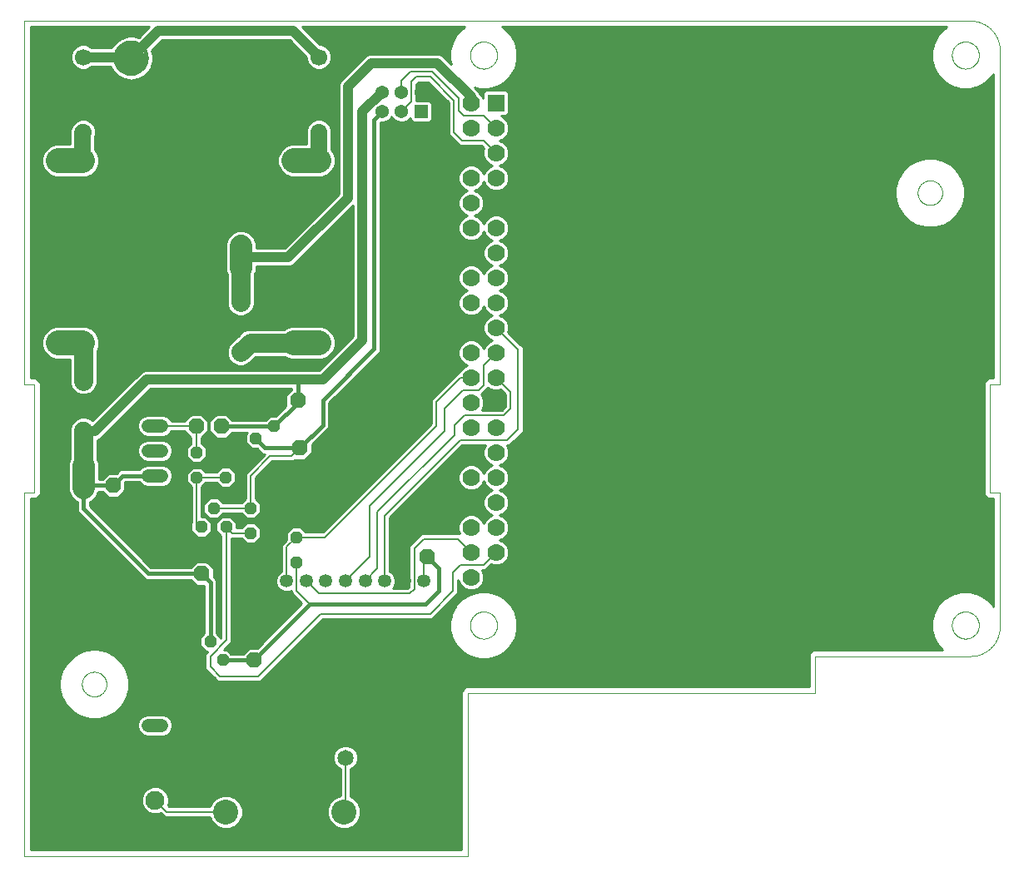
<source format=gbl>
G75*
%MOIN*%
%OFA0B0*%
%FSLAX25Y25*%
%IPPOS*%
%LPD*%
%AMOC8*
5,1,8,0,0,1.08239X$1,22.5*
%
%ADD10C,0.00000*%
%ADD11C,0.07677*%
%ADD12OC8,0.06300*%
%ADD13C,0.08850*%
%ADD14C,0.06693*%
%ADD15C,0.07400*%
%ADD16OC8,0.04800*%
%ADD17C,0.09843*%
%ADD18C,0.06496*%
%ADD19R,0.05400X0.05400*%
%ADD20C,0.05400*%
%ADD21C,0.05315*%
%ADD22C,0.07600*%
%ADD23C,0.10000*%
%ADD24R,0.07000X0.07000*%
%ADD25C,0.07000*%
%ADD26C,0.05315*%
%ADD27C,0.01378*%
%ADD28C,0.04000*%
%ADD29C,0.01000*%
%ADD30C,0.05000*%
%ADD31C,0.00800*%
%ADD32C,0.07600*%
%ADD33C,0.06600*%
%ADD34C,0.01600*%
D10*
X0013297Y0027187D02*
X0013297Y0172857D01*
X0017234Y0172857D01*
X0017234Y0216164D01*
X0013297Y0216164D01*
X0013297Y0361833D01*
X0392037Y0361833D01*
X0392322Y0361830D01*
X0392608Y0361819D01*
X0392893Y0361802D01*
X0393177Y0361778D01*
X0393461Y0361747D01*
X0393744Y0361709D01*
X0394025Y0361664D01*
X0394306Y0361613D01*
X0394586Y0361555D01*
X0394864Y0361490D01*
X0395140Y0361418D01*
X0395414Y0361340D01*
X0395687Y0361255D01*
X0395957Y0361163D01*
X0396225Y0361065D01*
X0396491Y0360961D01*
X0396754Y0360850D01*
X0397014Y0360733D01*
X0397272Y0360610D01*
X0397526Y0360480D01*
X0397777Y0360344D01*
X0398025Y0360203D01*
X0398269Y0360055D01*
X0398510Y0359902D01*
X0398746Y0359742D01*
X0398979Y0359577D01*
X0399208Y0359407D01*
X0399433Y0359231D01*
X0399653Y0359049D01*
X0399869Y0358863D01*
X0400080Y0358671D01*
X0400287Y0358474D01*
X0400489Y0358272D01*
X0400686Y0358065D01*
X0400878Y0357854D01*
X0401064Y0357638D01*
X0401246Y0357418D01*
X0401422Y0357193D01*
X0401592Y0356964D01*
X0401757Y0356731D01*
X0401917Y0356495D01*
X0402070Y0356254D01*
X0402218Y0356010D01*
X0402359Y0355762D01*
X0402495Y0355511D01*
X0402625Y0355257D01*
X0402748Y0354999D01*
X0402865Y0354739D01*
X0402976Y0354476D01*
X0403080Y0354210D01*
X0403178Y0353942D01*
X0403270Y0353672D01*
X0403355Y0353399D01*
X0403433Y0353125D01*
X0403505Y0352849D01*
X0403570Y0352571D01*
X0403628Y0352291D01*
X0403679Y0352010D01*
X0403724Y0351729D01*
X0403762Y0351446D01*
X0403793Y0351162D01*
X0403817Y0350878D01*
X0403834Y0350593D01*
X0403845Y0350307D01*
X0403848Y0350022D01*
X0403848Y0216164D01*
X0399911Y0216164D01*
X0399911Y0172857D01*
X0403848Y0172857D01*
X0403848Y0119117D01*
X0403845Y0118832D01*
X0403834Y0118546D01*
X0403817Y0118261D01*
X0403793Y0117977D01*
X0403762Y0117693D01*
X0403724Y0117410D01*
X0403679Y0117129D01*
X0403628Y0116848D01*
X0403570Y0116568D01*
X0403505Y0116290D01*
X0403433Y0116014D01*
X0403355Y0115740D01*
X0403270Y0115467D01*
X0403178Y0115197D01*
X0403080Y0114929D01*
X0402976Y0114663D01*
X0402865Y0114400D01*
X0402748Y0114140D01*
X0402625Y0113882D01*
X0402495Y0113628D01*
X0402359Y0113377D01*
X0402218Y0113129D01*
X0402070Y0112885D01*
X0401917Y0112644D01*
X0401757Y0112408D01*
X0401592Y0112175D01*
X0401422Y0111946D01*
X0401246Y0111721D01*
X0401064Y0111501D01*
X0400878Y0111285D01*
X0400686Y0111074D01*
X0400489Y0110867D01*
X0400287Y0110665D01*
X0400080Y0110468D01*
X0399869Y0110276D01*
X0399653Y0110090D01*
X0399433Y0109908D01*
X0399208Y0109732D01*
X0398979Y0109562D01*
X0398746Y0109397D01*
X0398510Y0109237D01*
X0398269Y0109084D01*
X0398025Y0108936D01*
X0397777Y0108795D01*
X0397526Y0108659D01*
X0397272Y0108529D01*
X0397014Y0108406D01*
X0396754Y0108289D01*
X0396491Y0108178D01*
X0396225Y0108074D01*
X0395957Y0107976D01*
X0395687Y0107884D01*
X0395414Y0107799D01*
X0395140Y0107721D01*
X0394864Y0107649D01*
X0394586Y0107584D01*
X0394306Y0107526D01*
X0394025Y0107475D01*
X0393744Y0107430D01*
X0393461Y0107392D01*
X0393177Y0107361D01*
X0392893Y0107337D01*
X0392608Y0107320D01*
X0392322Y0107309D01*
X0392037Y0107306D01*
X0330029Y0107306D01*
X0330029Y0092542D01*
X0190856Y0092542D01*
X0190856Y0027187D01*
X0013297Y0027187D01*
X0036328Y0096085D02*
X0036330Y0096225D01*
X0036336Y0096365D01*
X0036346Y0096504D01*
X0036360Y0096643D01*
X0036378Y0096782D01*
X0036399Y0096920D01*
X0036425Y0097058D01*
X0036455Y0097195D01*
X0036488Y0097330D01*
X0036526Y0097465D01*
X0036567Y0097599D01*
X0036612Y0097732D01*
X0036660Y0097863D01*
X0036713Y0097992D01*
X0036769Y0098121D01*
X0036828Y0098247D01*
X0036892Y0098372D01*
X0036958Y0098495D01*
X0037029Y0098616D01*
X0037102Y0098735D01*
X0037179Y0098852D01*
X0037260Y0098966D01*
X0037343Y0099078D01*
X0037430Y0099188D01*
X0037520Y0099296D01*
X0037612Y0099400D01*
X0037708Y0099502D01*
X0037807Y0099602D01*
X0037908Y0099698D01*
X0038012Y0099792D01*
X0038119Y0099882D01*
X0038228Y0099969D01*
X0038340Y0100054D01*
X0038454Y0100135D01*
X0038570Y0100213D01*
X0038688Y0100287D01*
X0038809Y0100358D01*
X0038931Y0100426D01*
X0039056Y0100490D01*
X0039182Y0100551D01*
X0039309Y0100608D01*
X0039439Y0100661D01*
X0039570Y0100711D01*
X0039702Y0100756D01*
X0039835Y0100799D01*
X0039970Y0100837D01*
X0040105Y0100871D01*
X0040242Y0100902D01*
X0040379Y0100929D01*
X0040517Y0100951D01*
X0040656Y0100970D01*
X0040795Y0100985D01*
X0040934Y0100996D01*
X0041074Y0101003D01*
X0041214Y0101006D01*
X0041354Y0101005D01*
X0041494Y0101000D01*
X0041633Y0100991D01*
X0041773Y0100978D01*
X0041912Y0100961D01*
X0042050Y0100940D01*
X0042188Y0100916D01*
X0042325Y0100887D01*
X0042461Y0100855D01*
X0042596Y0100818D01*
X0042730Y0100778D01*
X0042863Y0100734D01*
X0042994Y0100686D01*
X0043124Y0100635D01*
X0043253Y0100580D01*
X0043380Y0100521D01*
X0043505Y0100458D01*
X0043628Y0100393D01*
X0043750Y0100323D01*
X0043869Y0100250D01*
X0043987Y0100174D01*
X0044102Y0100095D01*
X0044215Y0100012D01*
X0044325Y0099926D01*
X0044433Y0099837D01*
X0044538Y0099745D01*
X0044641Y0099650D01*
X0044741Y0099552D01*
X0044838Y0099452D01*
X0044932Y0099348D01*
X0045024Y0099242D01*
X0045112Y0099134D01*
X0045197Y0099023D01*
X0045279Y0098909D01*
X0045358Y0098793D01*
X0045433Y0098676D01*
X0045505Y0098556D01*
X0045573Y0098434D01*
X0045638Y0098310D01*
X0045700Y0098184D01*
X0045758Y0098057D01*
X0045812Y0097928D01*
X0045863Y0097797D01*
X0045909Y0097665D01*
X0045952Y0097532D01*
X0045992Y0097398D01*
X0046027Y0097263D01*
X0046059Y0097126D01*
X0046086Y0096989D01*
X0046110Y0096851D01*
X0046130Y0096713D01*
X0046146Y0096574D01*
X0046158Y0096434D01*
X0046166Y0096295D01*
X0046170Y0096155D01*
X0046170Y0096015D01*
X0046166Y0095875D01*
X0046158Y0095736D01*
X0046146Y0095596D01*
X0046130Y0095457D01*
X0046110Y0095319D01*
X0046086Y0095181D01*
X0046059Y0095044D01*
X0046027Y0094907D01*
X0045992Y0094772D01*
X0045952Y0094638D01*
X0045909Y0094505D01*
X0045863Y0094373D01*
X0045812Y0094242D01*
X0045758Y0094113D01*
X0045700Y0093986D01*
X0045638Y0093860D01*
X0045573Y0093736D01*
X0045505Y0093614D01*
X0045433Y0093494D01*
X0045358Y0093377D01*
X0045279Y0093261D01*
X0045197Y0093147D01*
X0045112Y0093036D01*
X0045024Y0092928D01*
X0044932Y0092822D01*
X0044838Y0092718D01*
X0044741Y0092618D01*
X0044641Y0092520D01*
X0044538Y0092425D01*
X0044433Y0092333D01*
X0044325Y0092244D01*
X0044215Y0092158D01*
X0044102Y0092075D01*
X0043987Y0091996D01*
X0043869Y0091920D01*
X0043750Y0091847D01*
X0043628Y0091777D01*
X0043505Y0091712D01*
X0043380Y0091649D01*
X0043253Y0091590D01*
X0043124Y0091535D01*
X0042994Y0091484D01*
X0042863Y0091436D01*
X0042730Y0091392D01*
X0042596Y0091352D01*
X0042461Y0091315D01*
X0042325Y0091283D01*
X0042188Y0091254D01*
X0042050Y0091230D01*
X0041912Y0091209D01*
X0041773Y0091192D01*
X0041633Y0091179D01*
X0041494Y0091170D01*
X0041354Y0091165D01*
X0041214Y0091164D01*
X0041074Y0091167D01*
X0040934Y0091174D01*
X0040795Y0091185D01*
X0040656Y0091200D01*
X0040517Y0091219D01*
X0040379Y0091241D01*
X0040242Y0091268D01*
X0040105Y0091299D01*
X0039970Y0091333D01*
X0039835Y0091371D01*
X0039702Y0091414D01*
X0039570Y0091459D01*
X0039439Y0091509D01*
X0039309Y0091562D01*
X0039182Y0091619D01*
X0039056Y0091680D01*
X0038931Y0091744D01*
X0038809Y0091812D01*
X0038688Y0091883D01*
X0038570Y0091957D01*
X0038454Y0092035D01*
X0038340Y0092116D01*
X0038228Y0092201D01*
X0038119Y0092288D01*
X0038012Y0092378D01*
X0037908Y0092472D01*
X0037807Y0092568D01*
X0037708Y0092668D01*
X0037612Y0092770D01*
X0037520Y0092874D01*
X0037430Y0092982D01*
X0037343Y0093092D01*
X0037260Y0093204D01*
X0037179Y0093318D01*
X0037102Y0093435D01*
X0037029Y0093554D01*
X0036958Y0093675D01*
X0036892Y0093798D01*
X0036828Y0093923D01*
X0036769Y0094049D01*
X0036713Y0094178D01*
X0036660Y0094307D01*
X0036612Y0094438D01*
X0036567Y0094571D01*
X0036526Y0094705D01*
X0036488Y0094840D01*
X0036455Y0094975D01*
X0036425Y0095112D01*
X0036399Y0095250D01*
X0036378Y0095388D01*
X0036360Y0095527D01*
X0036346Y0095666D01*
X0036336Y0095805D01*
X0036330Y0095945D01*
X0036328Y0096085D01*
X0191742Y0119707D02*
X0191744Y0119854D01*
X0191750Y0120000D01*
X0191760Y0120146D01*
X0191774Y0120292D01*
X0191792Y0120438D01*
X0191813Y0120583D01*
X0191839Y0120727D01*
X0191869Y0120871D01*
X0191902Y0121013D01*
X0191939Y0121155D01*
X0191980Y0121296D01*
X0192025Y0121435D01*
X0192074Y0121574D01*
X0192126Y0121711D01*
X0192183Y0121846D01*
X0192242Y0121980D01*
X0192306Y0122112D01*
X0192373Y0122242D01*
X0192443Y0122371D01*
X0192517Y0122498D01*
X0192594Y0122622D01*
X0192675Y0122745D01*
X0192759Y0122865D01*
X0192846Y0122983D01*
X0192936Y0123098D01*
X0193029Y0123211D01*
X0193126Y0123322D01*
X0193225Y0123430D01*
X0193327Y0123535D01*
X0193432Y0123637D01*
X0193540Y0123736D01*
X0193651Y0123833D01*
X0193764Y0123926D01*
X0193879Y0124016D01*
X0193997Y0124103D01*
X0194117Y0124187D01*
X0194240Y0124268D01*
X0194364Y0124345D01*
X0194491Y0124419D01*
X0194620Y0124489D01*
X0194750Y0124556D01*
X0194882Y0124620D01*
X0195016Y0124679D01*
X0195151Y0124736D01*
X0195288Y0124788D01*
X0195427Y0124837D01*
X0195566Y0124882D01*
X0195707Y0124923D01*
X0195849Y0124960D01*
X0195991Y0124993D01*
X0196135Y0125023D01*
X0196279Y0125049D01*
X0196424Y0125070D01*
X0196570Y0125088D01*
X0196716Y0125102D01*
X0196862Y0125112D01*
X0197008Y0125118D01*
X0197155Y0125120D01*
X0197302Y0125118D01*
X0197448Y0125112D01*
X0197594Y0125102D01*
X0197740Y0125088D01*
X0197886Y0125070D01*
X0198031Y0125049D01*
X0198175Y0125023D01*
X0198319Y0124993D01*
X0198461Y0124960D01*
X0198603Y0124923D01*
X0198744Y0124882D01*
X0198883Y0124837D01*
X0199022Y0124788D01*
X0199159Y0124736D01*
X0199294Y0124679D01*
X0199428Y0124620D01*
X0199560Y0124556D01*
X0199690Y0124489D01*
X0199819Y0124419D01*
X0199946Y0124345D01*
X0200070Y0124268D01*
X0200193Y0124187D01*
X0200313Y0124103D01*
X0200431Y0124016D01*
X0200546Y0123926D01*
X0200659Y0123833D01*
X0200770Y0123736D01*
X0200878Y0123637D01*
X0200983Y0123535D01*
X0201085Y0123430D01*
X0201184Y0123322D01*
X0201281Y0123211D01*
X0201374Y0123098D01*
X0201464Y0122983D01*
X0201551Y0122865D01*
X0201635Y0122745D01*
X0201716Y0122622D01*
X0201793Y0122498D01*
X0201867Y0122371D01*
X0201937Y0122242D01*
X0202004Y0122112D01*
X0202068Y0121980D01*
X0202127Y0121846D01*
X0202184Y0121711D01*
X0202236Y0121574D01*
X0202285Y0121435D01*
X0202330Y0121296D01*
X0202371Y0121155D01*
X0202408Y0121013D01*
X0202441Y0120871D01*
X0202471Y0120727D01*
X0202497Y0120583D01*
X0202518Y0120438D01*
X0202536Y0120292D01*
X0202550Y0120146D01*
X0202560Y0120000D01*
X0202566Y0119854D01*
X0202568Y0119707D01*
X0202566Y0119560D01*
X0202560Y0119414D01*
X0202550Y0119268D01*
X0202536Y0119122D01*
X0202518Y0118976D01*
X0202497Y0118831D01*
X0202471Y0118687D01*
X0202441Y0118543D01*
X0202408Y0118401D01*
X0202371Y0118259D01*
X0202330Y0118118D01*
X0202285Y0117979D01*
X0202236Y0117840D01*
X0202184Y0117703D01*
X0202127Y0117568D01*
X0202068Y0117434D01*
X0202004Y0117302D01*
X0201937Y0117172D01*
X0201867Y0117043D01*
X0201793Y0116916D01*
X0201716Y0116792D01*
X0201635Y0116669D01*
X0201551Y0116549D01*
X0201464Y0116431D01*
X0201374Y0116316D01*
X0201281Y0116203D01*
X0201184Y0116092D01*
X0201085Y0115984D01*
X0200983Y0115879D01*
X0200878Y0115777D01*
X0200770Y0115678D01*
X0200659Y0115581D01*
X0200546Y0115488D01*
X0200431Y0115398D01*
X0200313Y0115311D01*
X0200193Y0115227D01*
X0200070Y0115146D01*
X0199946Y0115069D01*
X0199819Y0114995D01*
X0199690Y0114925D01*
X0199560Y0114858D01*
X0199428Y0114794D01*
X0199294Y0114735D01*
X0199159Y0114678D01*
X0199022Y0114626D01*
X0198883Y0114577D01*
X0198744Y0114532D01*
X0198603Y0114491D01*
X0198461Y0114454D01*
X0198319Y0114421D01*
X0198175Y0114391D01*
X0198031Y0114365D01*
X0197886Y0114344D01*
X0197740Y0114326D01*
X0197594Y0114312D01*
X0197448Y0114302D01*
X0197302Y0114296D01*
X0197155Y0114294D01*
X0197008Y0114296D01*
X0196862Y0114302D01*
X0196716Y0114312D01*
X0196570Y0114326D01*
X0196424Y0114344D01*
X0196279Y0114365D01*
X0196135Y0114391D01*
X0195991Y0114421D01*
X0195849Y0114454D01*
X0195707Y0114491D01*
X0195566Y0114532D01*
X0195427Y0114577D01*
X0195288Y0114626D01*
X0195151Y0114678D01*
X0195016Y0114735D01*
X0194882Y0114794D01*
X0194750Y0114858D01*
X0194620Y0114925D01*
X0194491Y0114995D01*
X0194364Y0115069D01*
X0194240Y0115146D01*
X0194117Y0115227D01*
X0193997Y0115311D01*
X0193879Y0115398D01*
X0193764Y0115488D01*
X0193651Y0115581D01*
X0193540Y0115678D01*
X0193432Y0115777D01*
X0193327Y0115879D01*
X0193225Y0115984D01*
X0193126Y0116092D01*
X0193029Y0116203D01*
X0192936Y0116316D01*
X0192846Y0116431D01*
X0192759Y0116549D01*
X0192675Y0116669D01*
X0192594Y0116792D01*
X0192517Y0116916D01*
X0192443Y0117043D01*
X0192373Y0117172D01*
X0192306Y0117302D01*
X0192242Y0117434D01*
X0192183Y0117568D01*
X0192126Y0117703D01*
X0192074Y0117840D01*
X0192025Y0117979D01*
X0191980Y0118118D01*
X0191939Y0118259D01*
X0191902Y0118401D01*
X0191869Y0118543D01*
X0191839Y0118687D01*
X0191813Y0118831D01*
X0191792Y0118976D01*
X0191774Y0119122D01*
X0191760Y0119268D01*
X0191750Y0119414D01*
X0191744Y0119560D01*
X0191742Y0119707D01*
X0370974Y0292935D02*
X0370976Y0293075D01*
X0370982Y0293215D01*
X0370992Y0293354D01*
X0371006Y0293493D01*
X0371024Y0293632D01*
X0371045Y0293770D01*
X0371071Y0293908D01*
X0371101Y0294045D01*
X0371134Y0294180D01*
X0371172Y0294315D01*
X0371213Y0294449D01*
X0371258Y0294582D01*
X0371306Y0294713D01*
X0371359Y0294842D01*
X0371415Y0294971D01*
X0371474Y0295097D01*
X0371538Y0295222D01*
X0371604Y0295345D01*
X0371675Y0295466D01*
X0371748Y0295585D01*
X0371825Y0295702D01*
X0371906Y0295816D01*
X0371989Y0295928D01*
X0372076Y0296038D01*
X0372166Y0296146D01*
X0372258Y0296250D01*
X0372354Y0296352D01*
X0372453Y0296452D01*
X0372554Y0296548D01*
X0372658Y0296642D01*
X0372765Y0296732D01*
X0372874Y0296819D01*
X0372986Y0296904D01*
X0373100Y0296985D01*
X0373216Y0297063D01*
X0373334Y0297137D01*
X0373455Y0297208D01*
X0373577Y0297276D01*
X0373702Y0297340D01*
X0373828Y0297401D01*
X0373955Y0297458D01*
X0374085Y0297511D01*
X0374216Y0297561D01*
X0374348Y0297606D01*
X0374481Y0297649D01*
X0374616Y0297687D01*
X0374751Y0297721D01*
X0374888Y0297752D01*
X0375025Y0297779D01*
X0375163Y0297801D01*
X0375302Y0297820D01*
X0375441Y0297835D01*
X0375580Y0297846D01*
X0375720Y0297853D01*
X0375860Y0297856D01*
X0376000Y0297855D01*
X0376140Y0297850D01*
X0376279Y0297841D01*
X0376419Y0297828D01*
X0376558Y0297811D01*
X0376696Y0297790D01*
X0376834Y0297766D01*
X0376971Y0297737D01*
X0377107Y0297705D01*
X0377242Y0297668D01*
X0377376Y0297628D01*
X0377509Y0297584D01*
X0377640Y0297536D01*
X0377770Y0297485D01*
X0377899Y0297430D01*
X0378026Y0297371D01*
X0378151Y0297308D01*
X0378274Y0297243D01*
X0378396Y0297173D01*
X0378515Y0297100D01*
X0378633Y0297024D01*
X0378748Y0296945D01*
X0378861Y0296862D01*
X0378971Y0296776D01*
X0379079Y0296687D01*
X0379184Y0296595D01*
X0379287Y0296500D01*
X0379387Y0296402D01*
X0379484Y0296302D01*
X0379578Y0296198D01*
X0379670Y0296092D01*
X0379758Y0295984D01*
X0379843Y0295873D01*
X0379925Y0295759D01*
X0380004Y0295643D01*
X0380079Y0295526D01*
X0380151Y0295406D01*
X0380219Y0295284D01*
X0380284Y0295160D01*
X0380346Y0295034D01*
X0380404Y0294907D01*
X0380458Y0294778D01*
X0380509Y0294647D01*
X0380555Y0294515D01*
X0380598Y0294382D01*
X0380638Y0294248D01*
X0380673Y0294113D01*
X0380705Y0293976D01*
X0380732Y0293839D01*
X0380756Y0293701D01*
X0380776Y0293563D01*
X0380792Y0293424D01*
X0380804Y0293284D01*
X0380812Y0293145D01*
X0380816Y0293005D01*
X0380816Y0292865D01*
X0380812Y0292725D01*
X0380804Y0292586D01*
X0380792Y0292446D01*
X0380776Y0292307D01*
X0380756Y0292169D01*
X0380732Y0292031D01*
X0380705Y0291894D01*
X0380673Y0291757D01*
X0380638Y0291622D01*
X0380598Y0291488D01*
X0380555Y0291355D01*
X0380509Y0291223D01*
X0380458Y0291092D01*
X0380404Y0290963D01*
X0380346Y0290836D01*
X0380284Y0290710D01*
X0380219Y0290586D01*
X0380151Y0290464D01*
X0380079Y0290344D01*
X0380004Y0290227D01*
X0379925Y0290111D01*
X0379843Y0289997D01*
X0379758Y0289886D01*
X0379670Y0289778D01*
X0379578Y0289672D01*
X0379484Y0289568D01*
X0379387Y0289468D01*
X0379287Y0289370D01*
X0379184Y0289275D01*
X0379079Y0289183D01*
X0378971Y0289094D01*
X0378861Y0289008D01*
X0378748Y0288925D01*
X0378633Y0288846D01*
X0378515Y0288770D01*
X0378396Y0288697D01*
X0378274Y0288627D01*
X0378151Y0288562D01*
X0378026Y0288499D01*
X0377899Y0288440D01*
X0377770Y0288385D01*
X0377640Y0288334D01*
X0377509Y0288286D01*
X0377376Y0288242D01*
X0377242Y0288202D01*
X0377107Y0288165D01*
X0376971Y0288133D01*
X0376834Y0288104D01*
X0376696Y0288080D01*
X0376558Y0288059D01*
X0376419Y0288042D01*
X0376279Y0288029D01*
X0376140Y0288020D01*
X0376000Y0288015D01*
X0375860Y0288014D01*
X0375720Y0288017D01*
X0375580Y0288024D01*
X0375441Y0288035D01*
X0375302Y0288050D01*
X0375163Y0288069D01*
X0375025Y0288091D01*
X0374888Y0288118D01*
X0374751Y0288149D01*
X0374616Y0288183D01*
X0374481Y0288221D01*
X0374348Y0288264D01*
X0374216Y0288309D01*
X0374085Y0288359D01*
X0373955Y0288412D01*
X0373828Y0288469D01*
X0373702Y0288530D01*
X0373577Y0288594D01*
X0373455Y0288662D01*
X0373334Y0288733D01*
X0373216Y0288807D01*
X0373100Y0288885D01*
X0372986Y0288966D01*
X0372874Y0289051D01*
X0372765Y0289138D01*
X0372658Y0289228D01*
X0372554Y0289322D01*
X0372453Y0289418D01*
X0372354Y0289518D01*
X0372258Y0289620D01*
X0372166Y0289724D01*
X0372076Y0289832D01*
X0371989Y0289942D01*
X0371906Y0290054D01*
X0371825Y0290168D01*
X0371748Y0290285D01*
X0371675Y0290404D01*
X0371604Y0290525D01*
X0371538Y0290648D01*
X0371474Y0290773D01*
X0371415Y0290899D01*
X0371359Y0291028D01*
X0371306Y0291157D01*
X0371258Y0291288D01*
X0371213Y0291421D01*
X0371172Y0291555D01*
X0371134Y0291690D01*
X0371101Y0291825D01*
X0371071Y0291962D01*
X0371045Y0292100D01*
X0371024Y0292238D01*
X0371006Y0292377D01*
X0370992Y0292516D01*
X0370982Y0292655D01*
X0370976Y0292795D01*
X0370974Y0292935D01*
X0384655Y0348054D02*
X0384657Y0348201D01*
X0384663Y0348347D01*
X0384673Y0348493D01*
X0384687Y0348639D01*
X0384705Y0348785D01*
X0384726Y0348930D01*
X0384752Y0349074D01*
X0384782Y0349218D01*
X0384815Y0349360D01*
X0384852Y0349502D01*
X0384893Y0349643D01*
X0384938Y0349782D01*
X0384987Y0349921D01*
X0385039Y0350058D01*
X0385096Y0350193D01*
X0385155Y0350327D01*
X0385219Y0350459D01*
X0385286Y0350589D01*
X0385356Y0350718D01*
X0385430Y0350845D01*
X0385507Y0350969D01*
X0385588Y0351092D01*
X0385672Y0351212D01*
X0385759Y0351330D01*
X0385849Y0351445D01*
X0385942Y0351558D01*
X0386039Y0351669D01*
X0386138Y0351777D01*
X0386240Y0351882D01*
X0386345Y0351984D01*
X0386453Y0352083D01*
X0386564Y0352180D01*
X0386677Y0352273D01*
X0386792Y0352363D01*
X0386910Y0352450D01*
X0387030Y0352534D01*
X0387153Y0352615D01*
X0387277Y0352692D01*
X0387404Y0352766D01*
X0387533Y0352836D01*
X0387663Y0352903D01*
X0387795Y0352967D01*
X0387929Y0353026D01*
X0388064Y0353083D01*
X0388201Y0353135D01*
X0388340Y0353184D01*
X0388479Y0353229D01*
X0388620Y0353270D01*
X0388762Y0353307D01*
X0388904Y0353340D01*
X0389048Y0353370D01*
X0389192Y0353396D01*
X0389337Y0353417D01*
X0389483Y0353435D01*
X0389629Y0353449D01*
X0389775Y0353459D01*
X0389921Y0353465D01*
X0390068Y0353467D01*
X0390215Y0353465D01*
X0390361Y0353459D01*
X0390507Y0353449D01*
X0390653Y0353435D01*
X0390799Y0353417D01*
X0390944Y0353396D01*
X0391088Y0353370D01*
X0391232Y0353340D01*
X0391374Y0353307D01*
X0391516Y0353270D01*
X0391657Y0353229D01*
X0391796Y0353184D01*
X0391935Y0353135D01*
X0392072Y0353083D01*
X0392207Y0353026D01*
X0392341Y0352967D01*
X0392473Y0352903D01*
X0392603Y0352836D01*
X0392732Y0352766D01*
X0392859Y0352692D01*
X0392983Y0352615D01*
X0393106Y0352534D01*
X0393226Y0352450D01*
X0393344Y0352363D01*
X0393459Y0352273D01*
X0393572Y0352180D01*
X0393683Y0352083D01*
X0393791Y0351984D01*
X0393896Y0351882D01*
X0393998Y0351777D01*
X0394097Y0351669D01*
X0394194Y0351558D01*
X0394287Y0351445D01*
X0394377Y0351330D01*
X0394464Y0351212D01*
X0394548Y0351092D01*
X0394629Y0350969D01*
X0394706Y0350845D01*
X0394780Y0350718D01*
X0394850Y0350589D01*
X0394917Y0350459D01*
X0394981Y0350327D01*
X0395040Y0350193D01*
X0395097Y0350058D01*
X0395149Y0349921D01*
X0395198Y0349782D01*
X0395243Y0349643D01*
X0395284Y0349502D01*
X0395321Y0349360D01*
X0395354Y0349218D01*
X0395384Y0349074D01*
X0395410Y0348930D01*
X0395431Y0348785D01*
X0395449Y0348639D01*
X0395463Y0348493D01*
X0395473Y0348347D01*
X0395479Y0348201D01*
X0395481Y0348054D01*
X0395479Y0347907D01*
X0395473Y0347761D01*
X0395463Y0347615D01*
X0395449Y0347469D01*
X0395431Y0347323D01*
X0395410Y0347178D01*
X0395384Y0347034D01*
X0395354Y0346890D01*
X0395321Y0346748D01*
X0395284Y0346606D01*
X0395243Y0346465D01*
X0395198Y0346326D01*
X0395149Y0346187D01*
X0395097Y0346050D01*
X0395040Y0345915D01*
X0394981Y0345781D01*
X0394917Y0345649D01*
X0394850Y0345519D01*
X0394780Y0345390D01*
X0394706Y0345263D01*
X0394629Y0345139D01*
X0394548Y0345016D01*
X0394464Y0344896D01*
X0394377Y0344778D01*
X0394287Y0344663D01*
X0394194Y0344550D01*
X0394097Y0344439D01*
X0393998Y0344331D01*
X0393896Y0344226D01*
X0393791Y0344124D01*
X0393683Y0344025D01*
X0393572Y0343928D01*
X0393459Y0343835D01*
X0393344Y0343745D01*
X0393226Y0343658D01*
X0393106Y0343574D01*
X0392983Y0343493D01*
X0392859Y0343416D01*
X0392732Y0343342D01*
X0392603Y0343272D01*
X0392473Y0343205D01*
X0392341Y0343141D01*
X0392207Y0343082D01*
X0392072Y0343025D01*
X0391935Y0342973D01*
X0391796Y0342924D01*
X0391657Y0342879D01*
X0391516Y0342838D01*
X0391374Y0342801D01*
X0391232Y0342768D01*
X0391088Y0342738D01*
X0390944Y0342712D01*
X0390799Y0342691D01*
X0390653Y0342673D01*
X0390507Y0342659D01*
X0390361Y0342649D01*
X0390215Y0342643D01*
X0390068Y0342641D01*
X0389921Y0342643D01*
X0389775Y0342649D01*
X0389629Y0342659D01*
X0389483Y0342673D01*
X0389337Y0342691D01*
X0389192Y0342712D01*
X0389048Y0342738D01*
X0388904Y0342768D01*
X0388762Y0342801D01*
X0388620Y0342838D01*
X0388479Y0342879D01*
X0388340Y0342924D01*
X0388201Y0342973D01*
X0388064Y0343025D01*
X0387929Y0343082D01*
X0387795Y0343141D01*
X0387663Y0343205D01*
X0387533Y0343272D01*
X0387404Y0343342D01*
X0387277Y0343416D01*
X0387153Y0343493D01*
X0387030Y0343574D01*
X0386910Y0343658D01*
X0386792Y0343745D01*
X0386677Y0343835D01*
X0386564Y0343928D01*
X0386453Y0344025D01*
X0386345Y0344124D01*
X0386240Y0344226D01*
X0386138Y0344331D01*
X0386039Y0344439D01*
X0385942Y0344550D01*
X0385849Y0344663D01*
X0385759Y0344778D01*
X0385672Y0344896D01*
X0385588Y0345016D01*
X0385507Y0345139D01*
X0385430Y0345263D01*
X0385356Y0345390D01*
X0385286Y0345519D01*
X0385219Y0345649D01*
X0385155Y0345781D01*
X0385096Y0345915D01*
X0385039Y0346050D01*
X0384987Y0346187D01*
X0384938Y0346326D01*
X0384893Y0346465D01*
X0384852Y0346606D01*
X0384815Y0346748D01*
X0384782Y0346890D01*
X0384752Y0347034D01*
X0384726Y0347178D01*
X0384705Y0347323D01*
X0384687Y0347469D01*
X0384673Y0347615D01*
X0384663Y0347761D01*
X0384657Y0347907D01*
X0384655Y0348054D01*
X0191742Y0348054D02*
X0191744Y0348201D01*
X0191750Y0348347D01*
X0191760Y0348493D01*
X0191774Y0348639D01*
X0191792Y0348785D01*
X0191813Y0348930D01*
X0191839Y0349074D01*
X0191869Y0349218D01*
X0191902Y0349360D01*
X0191939Y0349502D01*
X0191980Y0349643D01*
X0192025Y0349782D01*
X0192074Y0349921D01*
X0192126Y0350058D01*
X0192183Y0350193D01*
X0192242Y0350327D01*
X0192306Y0350459D01*
X0192373Y0350589D01*
X0192443Y0350718D01*
X0192517Y0350845D01*
X0192594Y0350969D01*
X0192675Y0351092D01*
X0192759Y0351212D01*
X0192846Y0351330D01*
X0192936Y0351445D01*
X0193029Y0351558D01*
X0193126Y0351669D01*
X0193225Y0351777D01*
X0193327Y0351882D01*
X0193432Y0351984D01*
X0193540Y0352083D01*
X0193651Y0352180D01*
X0193764Y0352273D01*
X0193879Y0352363D01*
X0193997Y0352450D01*
X0194117Y0352534D01*
X0194240Y0352615D01*
X0194364Y0352692D01*
X0194491Y0352766D01*
X0194620Y0352836D01*
X0194750Y0352903D01*
X0194882Y0352967D01*
X0195016Y0353026D01*
X0195151Y0353083D01*
X0195288Y0353135D01*
X0195427Y0353184D01*
X0195566Y0353229D01*
X0195707Y0353270D01*
X0195849Y0353307D01*
X0195991Y0353340D01*
X0196135Y0353370D01*
X0196279Y0353396D01*
X0196424Y0353417D01*
X0196570Y0353435D01*
X0196716Y0353449D01*
X0196862Y0353459D01*
X0197008Y0353465D01*
X0197155Y0353467D01*
X0197302Y0353465D01*
X0197448Y0353459D01*
X0197594Y0353449D01*
X0197740Y0353435D01*
X0197886Y0353417D01*
X0198031Y0353396D01*
X0198175Y0353370D01*
X0198319Y0353340D01*
X0198461Y0353307D01*
X0198603Y0353270D01*
X0198744Y0353229D01*
X0198883Y0353184D01*
X0199022Y0353135D01*
X0199159Y0353083D01*
X0199294Y0353026D01*
X0199428Y0352967D01*
X0199560Y0352903D01*
X0199690Y0352836D01*
X0199819Y0352766D01*
X0199946Y0352692D01*
X0200070Y0352615D01*
X0200193Y0352534D01*
X0200313Y0352450D01*
X0200431Y0352363D01*
X0200546Y0352273D01*
X0200659Y0352180D01*
X0200770Y0352083D01*
X0200878Y0351984D01*
X0200983Y0351882D01*
X0201085Y0351777D01*
X0201184Y0351669D01*
X0201281Y0351558D01*
X0201374Y0351445D01*
X0201464Y0351330D01*
X0201551Y0351212D01*
X0201635Y0351092D01*
X0201716Y0350969D01*
X0201793Y0350845D01*
X0201867Y0350718D01*
X0201937Y0350589D01*
X0202004Y0350459D01*
X0202068Y0350327D01*
X0202127Y0350193D01*
X0202184Y0350058D01*
X0202236Y0349921D01*
X0202285Y0349782D01*
X0202330Y0349643D01*
X0202371Y0349502D01*
X0202408Y0349360D01*
X0202441Y0349218D01*
X0202471Y0349074D01*
X0202497Y0348930D01*
X0202518Y0348785D01*
X0202536Y0348639D01*
X0202550Y0348493D01*
X0202560Y0348347D01*
X0202566Y0348201D01*
X0202568Y0348054D01*
X0202566Y0347907D01*
X0202560Y0347761D01*
X0202550Y0347615D01*
X0202536Y0347469D01*
X0202518Y0347323D01*
X0202497Y0347178D01*
X0202471Y0347034D01*
X0202441Y0346890D01*
X0202408Y0346748D01*
X0202371Y0346606D01*
X0202330Y0346465D01*
X0202285Y0346326D01*
X0202236Y0346187D01*
X0202184Y0346050D01*
X0202127Y0345915D01*
X0202068Y0345781D01*
X0202004Y0345649D01*
X0201937Y0345519D01*
X0201867Y0345390D01*
X0201793Y0345263D01*
X0201716Y0345139D01*
X0201635Y0345016D01*
X0201551Y0344896D01*
X0201464Y0344778D01*
X0201374Y0344663D01*
X0201281Y0344550D01*
X0201184Y0344439D01*
X0201085Y0344331D01*
X0200983Y0344226D01*
X0200878Y0344124D01*
X0200770Y0344025D01*
X0200659Y0343928D01*
X0200546Y0343835D01*
X0200431Y0343745D01*
X0200313Y0343658D01*
X0200193Y0343574D01*
X0200070Y0343493D01*
X0199946Y0343416D01*
X0199819Y0343342D01*
X0199690Y0343272D01*
X0199560Y0343205D01*
X0199428Y0343141D01*
X0199294Y0343082D01*
X0199159Y0343025D01*
X0199022Y0342973D01*
X0198883Y0342924D01*
X0198744Y0342879D01*
X0198603Y0342838D01*
X0198461Y0342801D01*
X0198319Y0342768D01*
X0198175Y0342738D01*
X0198031Y0342712D01*
X0197886Y0342691D01*
X0197740Y0342673D01*
X0197594Y0342659D01*
X0197448Y0342649D01*
X0197302Y0342643D01*
X0197155Y0342641D01*
X0197008Y0342643D01*
X0196862Y0342649D01*
X0196716Y0342659D01*
X0196570Y0342673D01*
X0196424Y0342691D01*
X0196279Y0342712D01*
X0196135Y0342738D01*
X0195991Y0342768D01*
X0195849Y0342801D01*
X0195707Y0342838D01*
X0195566Y0342879D01*
X0195427Y0342924D01*
X0195288Y0342973D01*
X0195151Y0343025D01*
X0195016Y0343082D01*
X0194882Y0343141D01*
X0194750Y0343205D01*
X0194620Y0343272D01*
X0194491Y0343342D01*
X0194364Y0343416D01*
X0194240Y0343493D01*
X0194117Y0343574D01*
X0193997Y0343658D01*
X0193879Y0343745D01*
X0193764Y0343835D01*
X0193651Y0343928D01*
X0193540Y0344025D01*
X0193432Y0344124D01*
X0193327Y0344226D01*
X0193225Y0344331D01*
X0193126Y0344439D01*
X0193029Y0344550D01*
X0192936Y0344663D01*
X0192846Y0344778D01*
X0192759Y0344896D01*
X0192675Y0345016D01*
X0192594Y0345139D01*
X0192517Y0345263D01*
X0192443Y0345390D01*
X0192373Y0345519D01*
X0192306Y0345649D01*
X0192242Y0345781D01*
X0192183Y0345915D01*
X0192126Y0346050D01*
X0192074Y0346187D01*
X0192025Y0346326D01*
X0191980Y0346465D01*
X0191939Y0346606D01*
X0191902Y0346748D01*
X0191869Y0346890D01*
X0191839Y0347034D01*
X0191813Y0347178D01*
X0191792Y0347323D01*
X0191774Y0347469D01*
X0191760Y0347615D01*
X0191750Y0347761D01*
X0191744Y0347907D01*
X0191742Y0348054D01*
X0384655Y0119707D02*
X0384657Y0119854D01*
X0384663Y0120000D01*
X0384673Y0120146D01*
X0384687Y0120292D01*
X0384705Y0120438D01*
X0384726Y0120583D01*
X0384752Y0120727D01*
X0384782Y0120871D01*
X0384815Y0121013D01*
X0384852Y0121155D01*
X0384893Y0121296D01*
X0384938Y0121435D01*
X0384987Y0121574D01*
X0385039Y0121711D01*
X0385096Y0121846D01*
X0385155Y0121980D01*
X0385219Y0122112D01*
X0385286Y0122242D01*
X0385356Y0122371D01*
X0385430Y0122498D01*
X0385507Y0122622D01*
X0385588Y0122745D01*
X0385672Y0122865D01*
X0385759Y0122983D01*
X0385849Y0123098D01*
X0385942Y0123211D01*
X0386039Y0123322D01*
X0386138Y0123430D01*
X0386240Y0123535D01*
X0386345Y0123637D01*
X0386453Y0123736D01*
X0386564Y0123833D01*
X0386677Y0123926D01*
X0386792Y0124016D01*
X0386910Y0124103D01*
X0387030Y0124187D01*
X0387153Y0124268D01*
X0387277Y0124345D01*
X0387404Y0124419D01*
X0387533Y0124489D01*
X0387663Y0124556D01*
X0387795Y0124620D01*
X0387929Y0124679D01*
X0388064Y0124736D01*
X0388201Y0124788D01*
X0388340Y0124837D01*
X0388479Y0124882D01*
X0388620Y0124923D01*
X0388762Y0124960D01*
X0388904Y0124993D01*
X0389048Y0125023D01*
X0389192Y0125049D01*
X0389337Y0125070D01*
X0389483Y0125088D01*
X0389629Y0125102D01*
X0389775Y0125112D01*
X0389921Y0125118D01*
X0390068Y0125120D01*
X0390215Y0125118D01*
X0390361Y0125112D01*
X0390507Y0125102D01*
X0390653Y0125088D01*
X0390799Y0125070D01*
X0390944Y0125049D01*
X0391088Y0125023D01*
X0391232Y0124993D01*
X0391374Y0124960D01*
X0391516Y0124923D01*
X0391657Y0124882D01*
X0391796Y0124837D01*
X0391935Y0124788D01*
X0392072Y0124736D01*
X0392207Y0124679D01*
X0392341Y0124620D01*
X0392473Y0124556D01*
X0392603Y0124489D01*
X0392732Y0124419D01*
X0392859Y0124345D01*
X0392983Y0124268D01*
X0393106Y0124187D01*
X0393226Y0124103D01*
X0393344Y0124016D01*
X0393459Y0123926D01*
X0393572Y0123833D01*
X0393683Y0123736D01*
X0393791Y0123637D01*
X0393896Y0123535D01*
X0393998Y0123430D01*
X0394097Y0123322D01*
X0394194Y0123211D01*
X0394287Y0123098D01*
X0394377Y0122983D01*
X0394464Y0122865D01*
X0394548Y0122745D01*
X0394629Y0122622D01*
X0394706Y0122498D01*
X0394780Y0122371D01*
X0394850Y0122242D01*
X0394917Y0122112D01*
X0394981Y0121980D01*
X0395040Y0121846D01*
X0395097Y0121711D01*
X0395149Y0121574D01*
X0395198Y0121435D01*
X0395243Y0121296D01*
X0395284Y0121155D01*
X0395321Y0121013D01*
X0395354Y0120871D01*
X0395384Y0120727D01*
X0395410Y0120583D01*
X0395431Y0120438D01*
X0395449Y0120292D01*
X0395463Y0120146D01*
X0395473Y0120000D01*
X0395479Y0119854D01*
X0395481Y0119707D01*
X0395479Y0119560D01*
X0395473Y0119414D01*
X0395463Y0119268D01*
X0395449Y0119122D01*
X0395431Y0118976D01*
X0395410Y0118831D01*
X0395384Y0118687D01*
X0395354Y0118543D01*
X0395321Y0118401D01*
X0395284Y0118259D01*
X0395243Y0118118D01*
X0395198Y0117979D01*
X0395149Y0117840D01*
X0395097Y0117703D01*
X0395040Y0117568D01*
X0394981Y0117434D01*
X0394917Y0117302D01*
X0394850Y0117172D01*
X0394780Y0117043D01*
X0394706Y0116916D01*
X0394629Y0116792D01*
X0394548Y0116669D01*
X0394464Y0116549D01*
X0394377Y0116431D01*
X0394287Y0116316D01*
X0394194Y0116203D01*
X0394097Y0116092D01*
X0393998Y0115984D01*
X0393896Y0115879D01*
X0393791Y0115777D01*
X0393683Y0115678D01*
X0393572Y0115581D01*
X0393459Y0115488D01*
X0393344Y0115398D01*
X0393226Y0115311D01*
X0393106Y0115227D01*
X0392983Y0115146D01*
X0392859Y0115069D01*
X0392732Y0114995D01*
X0392603Y0114925D01*
X0392473Y0114858D01*
X0392341Y0114794D01*
X0392207Y0114735D01*
X0392072Y0114678D01*
X0391935Y0114626D01*
X0391796Y0114577D01*
X0391657Y0114532D01*
X0391516Y0114491D01*
X0391374Y0114454D01*
X0391232Y0114421D01*
X0391088Y0114391D01*
X0390944Y0114365D01*
X0390799Y0114344D01*
X0390653Y0114326D01*
X0390507Y0114312D01*
X0390361Y0114302D01*
X0390215Y0114296D01*
X0390068Y0114294D01*
X0389921Y0114296D01*
X0389775Y0114302D01*
X0389629Y0114312D01*
X0389483Y0114326D01*
X0389337Y0114344D01*
X0389192Y0114365D01*
X0389048Y0114391D01*
X0388904Y0114421D01*
X0388762Y0114454D01*
X0388620Y0114491D01*
X0388479Y0114532D01*
X0388340Y0114577D01*
X0388201Y0114626D01*
X0388064Y0114678D01*
X0387929Y0114735D01*
X0387795Y0114794D01*
X0387663Y0114858D01*
X0387533Y0114925D01*
X0387404Y0114995D01*
X0387277Y0115069D01*
X0387153Y0115146D01*
X0387030Y0115227D01*
X0386910Y0115311D01*
X0386792Y0115398D01*
X0386677Y0115488D01*
X0386564Y0115581D01*
X0386453Y0115678D01*
X0386345Y0115777D01*
X0386240Y0115879D01*
X0386138Y0115984D01*
X0386039Y0116092D01*
X0385942Y0116203D01*
X0385849Y0116316D01*
X0385759Y0116431D01*
X0385672Y0116549D01*
X0385588Y0116669D01*
X0385507Y0116792D01*
X0385430Y0116916D01*
X0385356Y0117043D01*
X0385286Y0117172D01*
X0385219Y0117302D01*
X0385155Y0117434D01*
X0385096Y0117568D01*
X0385039Y0117703D01*
X0384987Y0117840D01*
X0384938Y0117979D01*
X0384893Y0118118D01*
X0384852Y0118259D01*
X0384815Y0118401D01*
X0384782Y0118543D01*
X0384752Y0118687D01*
X0384726Y0118831D01*
X0384705Y0118976D01*
X0384687Y0119122D01*
X0384673Y0119268D01*
X0384663Y0119414D01*
X0384657Y0119560D01*
X0384655Y0119707D01*
D11*
X0075698Y0346872D03*
X0056013Y0346872D03*
D12*
X0122785Y0209668D03*
X0142785Y0209668D03*
X0123533Y0190731D03*
X0123533Y0170731D03*
X0104202Y0140376D03*
X0105226Y0125770D03*
X0084202Y0140376D03*
X0048730Y0175731D03*
X0048730Y0185731D03*
X0082115Y0199431D03*
X0092115Y0199431D03*
X0164399Y0147266D03*
X0174399Y0147266D03*
X0105226Y0105770D03*
D13*
X0036919Y0114810D02*
X0036919Y0123660D01*
X0036919Y0174810D02*
X0036919Y0183660D01*
X0099911Y0262841D02*
X0099911Y0271691D01*
X0099911Y0322841D02*
X0099911Y0331691D01*
D14*
X0131210Y0317306D03*
X0131210Y0347306D03*
X0036801Y0347306D03*
X0036801Y0317306D03*
D15*
X0099911Y0248998D03*
X0099911Y0228998D03*
X0036919Y0217502D03*
X0036919Y0197502D03*
D16*
X0082194Y0188880D03*
X0082194Y0178880D03*
X0093848Y0178959D03*
X0089084Y0166577D03*
X0094084Y0159077D03*
X0084084Y0159077D03*
X0103848Y0156636D03*
X0103848Y0166636D03*
X0113848Y0178959D03*
X0105816Y0194431D03*
X0113316Y0199431D03*
X0105816Y0204431D03*
X0122155Y0154983D03*
X0122155Y0144983D03*
X0087706Y0113231D03*
X0082706Y0105731D03*
X0092706Y0105731D03*
D17*
X0078509Y0232813D02*
X0068667Y0232813D01*
X0036667Y0232813D02*
X0026824Y0232813D01*
X0026824Y0305813D02*
X0036667Y0305813D01*
X0068667Y0305813D02*
X0078509Y0305813D01*
X0121312Y0305813D02*
X0131155Y0305813D01*
X0163155Y0305813D02*
X0172997Y0305813D01*
X0172997Y0232813D02*
X0163155Y0232813D01*
X0131155Y0232813D02*
X0121312Y0232813D01*
D18*
X0121155Y0232813D03*
X0078667Y0232813D03*
X0026667Y0232813D03*
X0026667Y0305813D03*
X0078667Y0305813D03*
X0121155Y0305813D03*
X0173155Y0305813D03*
X0173155Y0232813D03*
X0151682Y0066557D03*
X0141840Y0066557D03*
X0131997Y0066557D03*
D19*
X0172155Y0325416D03*
D20*
X0172155Y0333290D03*
X0164281Y0333290D03*
X0156407Y0333290D03*
X0156407Y0325416D03*
X0164281Y0325416D03*
D21*
X0068316Y0209550D02*
X0063001Y0209550D01*
X0063001Y0199550D02*
X0068316Y0199550D01*
X0068316Y0189550D02*
X0063001Y0189550D01*
X0063001Y0179550D02*
X0068316Y0179550D01*
X0068316Y0079550D02*
X0063001Y0079550D01*
X0063001Y0069550D02*
X0068316Y0069550D01*
X0068316Y0059550D02*
X0063001Y0059550D01*
D22*
X0065659Y0049550D03*
D23*
X0084005Y0054904D03*
X0094005Y0044904D03*
X0084005Y0034904D03*
X0104005Y0034904D03*
X0104005Y0054904D03*
X0131249Y0054904D03*
X0141249Y0044904D03*
X0151249Y0054904D03*
X0151249Y0034904D03*
X0131249Y0034904D03*
D24*
X0202155Y0328880D03*
D25*
X0192155Y0328880D03*
X0192155Y0318880D03*
X0192155Y0308880D03*
X0202155Y0308880D03*
X0202155Y0318880D03*
X0202155Y0298880D03*
X0192155Y0298880D03*
X0192155Y0288880D03*
X0202155Y0288880D03*
X0202155Y0278880D03*
X0202155Y0268880D03*
X0192155Y0268880D03*
X0192155Y0278880D03*
X0192155Y0258880D03*
X0202155Y0258880D03*
X0202155Y0248880D03*
X0202155Y0238880D03*
X0192155Y0238880D03*
X0192155Y0248880D03*
X0192155Y0228880D03*
X0202155Y0228880D03*
X0202155Y0218880D03*
X0192155Y0218880D03*
X0192155Y0208880D03*
X0192155Y0198880D03*
X0202155Y0198880D03*
X0202155Y0208880D03*
X0202155Y0188880D03*
X0192155Y0188880D03*
X0192155Y0178880D03*
X0202155Y0178880D03*
X0202155Y0168880D03*
X0202155Y0158880D03*
X0192155Y0158880D03*
X0192155Y0168880D03*
X0192155Y0148880D03*
X0202155Y0148880D03*
X0202155Y0138880D03*
X0192155Y0138880D03*
D26*
X0173336Y0137424D03*
X0165462Y0137424D03*
X0157588Y0137424D03*
X0149714Y0137424D03*
X0141840Y0137424D03*
X0133966Y0137424D03*
X0126092Y0137424D03*
X0118218Y0137424D03*
D27*
X0077274Y0340651D02*
X0076228Y0340477D01*
X0075168Y0340477D01*
X0074123Y0340651D01*
X0073120Y0340996D01*
X0072188Y0341500D01*
X0071352Y0342151D01*
X0070634Y0342931D01*
X0070054Y0343818D01*
X0069629Y0344789D01*
X0069368Y0345816D01*
X0069281Y0346872D01*
X0069368Y0347929D01*
X0069629Y0348956D01*
X0070054Y0349927D01*
X0070634Y0350814D01*
X0071352Y0351594D01*
X0072188Y0352245D01*
X0073120Y0352749D01*
X0074123Y0353093D01*
X0075168Y0353268D01*
X0076228Y0353268D01*
X0077274Y0353093D01*
X0078276Y0352749D01*
X0079208Y0352245D01*
X0080044Y0351594D01*
X0080762Y0350814D01*
X0081342Y0349927D01*
X0081768Y0348956D01*
X0082028Y0347929D01*
X0082115Y0346872D01*
X0082028Y0345816D01*
X0081768Y0344789D01*
X0081342Y0343818D01*
X0080762Y0342931D01*
X0080044Y0342151D01*
X0079208Y0341500D01*
X0078276Y0340996D01*
X0077274Y0340651D01*
X0079062Y0341421D02*
X0072335Y0341421D01*
X0070757Y0342797D02*
X0080639Y0342797D01*
X0081498Y0344174D02*
X0069898Y0344174D01*
X0069436Y0345550D02*
X0081961Y0345550D01*
X0082111Y0346927D02*
X0069285Y0346927D01*
X0069463Y0348303D02*
X0081933Y0348303D01*
X0081450Y0349680D02*
X0069946Y0349680D01*
X0070857Y0351056D02*
X0080539Y0351056D01*
X0078861Y0352433D02*
X0072535Y0352433D01*
X0062083Y0348956D02*
X0062343Y0347929D01*
X0062430Y0346872D01*
X0062343Y0345816D01*
X0062083Y0344789D01*
X0061657Y0343818D01*
X0061077Y0342931D01*
X0060359Y0342151D01*
X0059523Y0341500D01*
X0058591Y0340996D01*
X0057588Y0340651D01*
X0056543Y0340477D01*
X0055483Y0340477D01*
X0054438Y0340651D01*
X0053435Y0340996D01*
X0052503Y0341500D01*
X0051667Y0342151D01*
X0050949Y0342931D01*
X0050369Y0343818D01*
X0049944Y0344789D01*
X0049683Y0345816D01*
X0049596Y0346872D01*
X0049683Y0347929D01*
X0049944Y0348956D01*
X0050369Y0349927D01*
X0050949Y0350814D01*
X0051667Y0351594D01*
X0052503Y0352245D01*
X0053435Y0352749D01*
X0054438Y0353093D01*
X0055483Y0353268D01*
X0056543Y0353268D01*
X0057588Y0353093D01*
X0058591Y0352749D01*
X0059523Y0352245D01*
X0060359Y0351594D01*
X0061077Y0350814D01*
X0061657Y0349927D01*
X0062083Y0348956D01*
X0062248Y0348303D02*
X0049778Y0348303D01*
X0049600Y0346927D02*
X0062426Y0346927D01*
X0062276Y0345550D02*
X0049751Y0345550D01*
X0050213Y0344174D02*
X0061813Y0344174D01*
X0060954Y0342797D02*
X0051072Y0342797D01*
X0052650Y0341421D02*
X0059377Y0341421D01*
X0061765Y0349680D02*
X0050261Y0349680D01*
X0051172Y0351056D02*
X0060854Y0351056D01*
X0059176Y0352433D02*
X0052850Y0352433D01*
D28*
X0055580Y0347306D02*
X0056013Y0346872D01*
X0066840Y0357699D01*
X0120974Y0357699D01*
X0131210Y0347463D01*
X0131210Y0347306D01*
X0142824Y0335455D02*
X0152273Y0344904D01*
X0178454Y0344904D01*
X0192037Y0331321D01*
X0192037Y0328998D01*
X0192155Y0328880D01*
X0156407Y0333290D02*
X0148533Y0325416D01*
X0148533Y0233880D01*
X0132785Y0218132D01*
X0125698Y0218132D01*
X0109911Y0218132D01*
X0062234Y0218132D01*
X0041604Y0197502D01*
X0036919Y0197502D01*
X0100029Y0267148D02*
X0119005Y0267148D01*
X0142824Y0290967D01*
X0142824Y0335455D01*
X0099911Y0267266D02*
X0100029Y0267148D01*
X0055580Y0347306D02*
X0036801Y0347306D01*
X0176131Y0168802D02*
X0192076Y0168802D01*
X0192155Y0168880D01*
X0176131Y0168802D02*
X0164399Y0157069D01*
X0164399Y0147266D01*
X0164399Y0138487D01*
X0165462Y0137424D01*
D29*
X0167299Y0136938D02*
X0161945Y0136938D01*
X0161945Y0136557D02*
X0161945Y0138290D01*
X0161282Y0139892D01*
X0160056Y0141118D01*
X0159688Y0141270D01*
X0159688Y0162774D01*
X0188694Y0191780D01*
X0197728Y0191780D01*
X0196955Y0189915D01*
X0196955Y0187846D01*
X0197746Y0185935D01*
X0199209Y0184472D01*
X0200638Y0183880D01*
X0199209Y0183289D01*
X0197746Y0181826D01*
X0197155Y0180397D01*
X0196563Y0181826D01*
X0195100Y0183289D01*
X0193189Y0184080D01*
X0191120Y0184080D01*
X0189209Y0183289D01*
X0187746Y0181826D01*
X0186955Y0179915D01*
X0186955Y0177846D01*
X0187746Y0175935D01*
X0189209Y0174472D01*
X0191120Y0173680D01*
X0193189Y0173680D01*
X0195100Y0174472D01*
X0196563Y0175935D01*
X0197155Y0177363D01*
X0197746Y0175935D01*
X0199209Y0174472D01*
X0200638Y0173880D01*
X0199209Y0173289D01*
X0197746Y0171826D01*
X0196955Y0169915D01*
X0196955Y0167846D01*
X0197746Y0165935D01*
X0199209Y0164472D01*
X0200638Y0163880D01*
X0199209Y0163289D01*
X0197746Y0161826D01*
X0197155Y0160397D01*
X0196563Y0161826D01*
X0195100Y0163289D01*
X0193189Y0164080D01*
X0191120Y0164080D01*
X0189209Y0163289D01*
X0187746Y0161826D01*
X0186955Y0159915D01*
X0186955Y0157846D01*
X0187565Y0156374D01*
X0172230Y0156374D01*
X0168529Y0152673D01*
X0167299Y0151443D01*
X0167299Y0134986D01*
X0166797Y0134484D01*
X0160811Y0134484D01*
X0161282Y0134955D01*
X0161945Y0136557D01*
X0161690Y0135940D02*
X0167299Y0135940D01*
X0167254Y0134941D02*
X0161268Y0134941D01*
X0161945Y0137937D02*
X0167299Y0137937D01*
X0167299Y0138935D02*
X0161678Y0138935D01*
X0161240Y0139934D02*
X0167299Y0139934D01*
X0167299Y0140932D02*
X0160242Y0140932D01*
X0159688Y0141931D02*
X0167299Y0141931D01*
X0167299Y0142929D02*
X0159688Y0142929D01*
X0159688Y0143928D02*
X0167299Y0143928D01*
X0167299Y0144926D02*
X0159688Y0144926D01*
X0159688Y0145925D02*
X0167299Y0145925D01*
X0167299Y0146923D02*
X0159688Y0146923D01*
X0159688Y0147922D02*
X0167299Y0147922D01*
X0167299Y0148920D02*
X0159688Y0148920D01*
X0159688Y0149919D02*
X0167299Y0149919D01*
X0167299Y0150917D02*
X0159688Y0150917D01*
X0159688Y0151916D02*
X0167772Y0151916D01*
X0168770Y0152914D02*
X0159688Y0152914D01*
X0159688Y0153913D02*
X0169769Y0153913D01*
X0170767Y0154911D02*
X0159688Y0154911D01*
X0159688Y0155910D02*
X0171766Y0155910D01*
X0161810Y0164896D02*
X0198785Y0164896D01*
X0197786Y0165895D02*
X0162809Y0165895D01*
X0163807Y0166893D02*
X0197349Y0166893D01*
X0196955Y0167892D02*
X0164806Y0167892D01*
X0165804Y0168890D02*
X0196955Y0168890D01*
X0196955Y0169889D02*
X0166803Y0169889D01*
X0167801Y0170887D02*
X0197358Y0170887D01*
X0197807Y0171886D02*
X0168800Y0171886D01*
X0169798Y0172884D02*
X0198805Y0172884D01*
X0198800Y0174882D02*
X0195510Y0174882D01*
X0196508Y0175880D02*
X0197801Y0175880D01*
X0197356Y0176879D02*
X0196954Y0176879D01*
X0196958Y0180873D02*
X0197352Y0180873D01*
X0197792Y0181871D02*
X0196518Y0181871D01*
X0195519Y0182870D02*
X0198790Y0182870D01*
X0198815Y0184867D02*
X0181780Y0184867D01*
X0182779Y0185865D02*
X0197816Y0185865D01*
X0197362Y0186864D02*
X0183777Y0186864D01*
X0184776Y0187862D02*
X0196955Y0187862D01*
X0196955Y0188861D02*
X0185774Y0188861D01*
X0186773Y0189859D02*
X0196955Y0189859D01*
X0197345Y0190858D02*
X0187771Y0190858D01*
X0190608Y0183868D02*
X0180782Y0183868D01*
X0179783Y0182870D02*
X0188790Y0182870D01*
X0187792Y0181871D02*
X0178785Y0181871D01*
X0177786Y0180873D02*
X0187352Y0180873D01*
X0186955Y0179874D02*
X0176788Y0179874D01*
X0175789Y0178876D02*
X0186955Y0178876D01*
X0186955Y0177877D02*
X0174791Y0177877D01*
X0173792Y0176879D02*
X0187356Y0176879D01*
X0187801Y0175880D02*
X0172794Y0175880D01*
X0171795Y0174882D02*
X0188800Y0174882D01*
X0190631Y0173883D02*
X0170797Y0173883D01*
X0160812Y0163898D02*
X0190680Y0163898D01*
X0188820Y0162899D02*
X0159813Y0162899D01*
X0159688Y0161901D02*
X0187821Y0161901D01*
X0187364Y0160902D02*
X0159688Y0160902D01*
X0159688Y0159904D02*
X0186955Y0159904D01*
X0186955Y0158905D02*
X0159688Y0158905D01*
X0159688Y0157907D02*
X0186955Y0157907D01*
X0187343Y0156908D02*
X0159688Y0156908D01*
X0144549Y0168890D02*
X0107392Y0168890D01*
X0107948Y0168334D02*
X0105948Y0170334D01*
X0105948Y0178719D01*
X0112552Y0185324D01*
X0121096Y0185324D01*
X0121653Y0185881D01*
X0125542Y0185881D01*
X0128383Y0188722D01*
X0128383Y0192045D01*
X0134201Y0197863D01*
X0134904Y0198567D01*
X0135285Y0199485D01*
X0135285Y0208829D01*
X0155377Y0228921D01*
X0155757Y0229840D01*
X0155757Y0321016D01*
X0157282Y0321016D01*
X0158899Y0321686D01*
X0160137Y0322923D01*
X0160344Y0323423D01*
X0160551Y0322923D01*
X0161788Y0321686D01*
X0163406Y0321016D01*
X0165156Y0321016D01*
X0166773Y0321686D01*
X0167755Y0322667D01*
X0167755Y0322012D01*
X0168751Y0321016D01*
X0175559Y0321016D01*
X0176555Y0322012D01*
X0176555Y0328820D01*
X0175559Y0329816D01*
X0170318Y0329816D01*
X0170318Y0336554D01*
X0171056Y0337292D01*
X0174828Y0337292D01*
X0183047Y0329073D01*
X0183047Y0316318D01*
X0187584Y0311780D01*
X0196285Y0311780D01*
X0197305Y0310760D01*
X0196955Y0309915D01*
X0196955Y0307846D01*
X0197746Y0305935D01*
X0199209Y0304472D01*
X0200638Y0303880D01*
X0199209Y0303289D01*
X0197746Y0301826D01*
X0197155Y0300397D01*
X0196563Y0301826D01*
X0195100Y0303289D01*
X0193189Y0304080D01*
X0191120Y0304080D01*
X0189209Y0303289D01*
X0187746Y0301826D01*
X0186955Y0299915D01*
X0186955Y0297846D01*
X0187746Y0295935D01*
X0189209Y0294472D01*
X0190638Y0293880D01*
X0189209Y0293289D01*
X0187746Y0291826D01*
X0186955Y0289915D01*
X0186955Y0287846D01*
X0187746Y0285935D01*
X0189209Y0284472D01*
X0190638Y0283880D01*
X0189209Y0283289D01*
X0187746Y0281826D01*
X0186955Y0279915D01*
X0186955Y0277846D01*
X0187746Y0275935D01*
X0189209Y0274472D01*
X0191120Y0273680D01*
X0193189Y0273680D01*
X0195100Y0274472D01*
X0196563Y0275935D01*
X0197155Y0277363D01*
X0197746Y0275935D01*
X0199209Y0274472D01*
X0200638Y0273880D01*
X0199209Y0273289D01*
X0197746Y0271826D01*
X0196955Y0269915D01*
X0196955Y0267846D01*
X0197746Y0265935D01*
X0199209Y0264472D01*
X0200638Y0263880D01*
X0199209Y0263289D01*
X0197746Y0261826D01*
X0197155Y0260397D01*
X0196563Y0261826D01*
X0195100Y0263289D01*
X0193189Y0264080D01*
X0191120Y0264080D01*
X0189209Y0263289D01*
X0187746Y0261826D01*
X0186955Y0259915D01*
X0186955Y0257846D01*
X0187746Y0255935D01*
X0189209Y0254472D01*
X0190638Y0253880D01*
X0189209Y0253289D01*
X0187746Y0251826D01*
X0186955Y0249915D01*
X0186955Y0247846D01*
X0187746Y0245935D01*
X0189209Y0244472D01*
X0191120Y0243680D01*
X0193189Y0243680D01*
X0195100Y0244472D01*
X0196563Y0245935D01*
X0197155Y0247363D01*
X0197746Y0245935D01*
X0199209Y0244472D01*
X0200638Y0243880D01*
X0199209Y0243289D01*
X0197746Y0241826D01*
X0196955Y0239915D01*
X0196955Y0237846D01*
X0197746Y0235935D01*
X0199209Y0234472D01*
X0200638Y0233880D01*
X0199209Y0233289D01*
X0197746Y0231826D01*
X0197155Y0230397D01*
X0196563Y0231826D01*
X0195100Y0233289D01*
X0193189Y0234080D01*
X0191120Y0234080D01*
X0189209Y0233289D01*
X0187746Y0231826D01*
X0186955Y0229915D01*
X0186955Y0227846D01*
X0187746Y0225935D01*
X0189209Y0224472D01*
X0190638Y0223880D01*
X0189209Y0223289D01*
X0187746Y0221826D01*
X0187429Y0221059D01*
X0187072Y0221059D01*
X0185842Y0219829D01*
X0176039Y0210026D01*
X0176039Y0200380D01*
X0132742Y0157083D01*
X0125853Y0157083D01*
X0123853Y0159083D01*
X0120457Y0159083D01*
X0118055Y0156681D01*
X0118055Y0153853D01*
X0116118Y0151916D01*
X0096184Y0151916D01*
X0096184Y0152914D02*
X0101771Y0152914D01*
X0102149Y0152536D02*
X0105546Y0152536D01*
X0107948Y0154938D01*
X0107948Y0158334D01*
X0105546Y0160736D01*
X0102149Y0160736D01*
X0100149Y0158736D01*
X0098184Y0158736D01*
X0098184Y0160775D01*
X0095782Y0163177D01*
X0092386Y0163177D01*
X0089984Y0160775D01*
X0089984Y0157379D01*
X0091984Y0155379D01*
X0091984Y0114553D01*
X0091806Y0114375D01*
X0091806Y0114929D01*
X0090206Y0116529D01*
X0090206Y0137370D01*
X0089825Y0138289D01*
X0089122Y0138992D01*
X0089052Y0139062D01*
X0089052Y0142385D01*
X0086211Y0145226D01*
X0082193Y0145226D01*
X0079843Y0142876D01*
X0063938Y0142876D01*
X0039419Y0167396D01*
X0039419Y0169216D01*
X0040388Y0169617D01*
X0042111Y0171340D01*
X0042894Y0173231D01*
X0044371Y0173231D01*
X0046721Y0170881D01*
X0050739Y0170881D01*
X0053580Y0173722D01*
X0053580Y0177045D01*
X0053584Y0177050D01*
X0059339Y0177050D01*
X0060533Y0175856D01*
X0062135Y0175192D01*
X0069183Y0175192D01*
X0070785Y0175856D01*
X0072010Y0177081D01*
X0072674Y0178683D01*
X0072674Y0180416D01*
X0072010Y0182018D01*
X0070785Y0183244D01*
X0069183Y0183907D01*
X0062135Y0183907D01*
X0060533Y0183244D01*
X0059339Y0182050D01*
X0052051Y0182050D01*
X0051132Y0181669D01*
X0050429Y0180966D01*
X0050044Y0180581D01*
X0046721Y0180581D01*
X0044371Y0178231D01*
X0043044Y0178231D01*
X0043044Y0184878D01*
X0042419Y0186387D01*
X0042419Y0193835D01*
X0043700Y0194366D01*
X0044740Y0195406D01*
X0063766Y0214432D01*
X0120285Y0214432D01*
X0120285Y0214027D01*
X0117935Y0211677D01*
X0117935Y0207659D01*
X0117971Y0207622D01*
X0113881Y0203531D01*
X0111618Y0203531D01*
X0110018Y0201931D01*
X0096474Y0201931D01*
X0094124Y0204281D01*
X0090107Y0204281D01*
X0087265Y0201440D01*
X0087265Y0197423D01*
X0090107Y0194581D01*
X0094124Y0194581D01*
X0096474Y0196931D01*
X0102518Y0196931D01*
X0101716Y0196130D01*
X0101716Y0192733D01*
X0104118Y0190331D01*
X0106381Y0190331D01*
X0107398Y0189315D01*
X0108101Y0188611D01*
X0109020Y0188231D01*
X0109520Y0188231D01*
X0101748Y0180459D01*
X0101748Y0170334D01*
X0100090Y0168677D01*
X0092782Y0168677D01*
X0090782Y0170677D01*
X0087386Y0170677D01*
X0084984Y0168275D01*
X0084984Y0164879D01*
X0087386Y0162477D01*
X0090782Y0162477D01*
X0092782Y0164477D01*
X0100209Y0164477D01*
X0102149Y0162536D01*
X0105546Y0162536D01*
X0107948Y0164938D01*
X0107948Y0168334D01*
X0107948Y0167892D02*
X0143551Y0167892D01*
X0142552Y0166893D02*
X0107948Y0166893D01*
X0107948Y0165895D02*
X0141554Y0165895D01*
X0140555Y0164896D02*
X0107906Y0164896D01*
X0106908Y0163898D02*
X0139557Y0163898D01*
X0138558Y0162899D02*
X0105909Y0162899D01*
X0106378Y0159904D02*
X0135563Y0159904D01*
X0136561Y0160902D02*
X0098057Y0160902D01*
X0098184Y0159904D02*
X0101317Y0159904D01*
X0100319Y0158905D02*
X0098184Y0158905D01*
X0097059Y0161901D02*
X0137560Y0161901D01*
X0134564Y0158905D02*
X0124030Y0158905D01*
X0125029Y0157907D02*
X0133566Y0157907D01*
X0120279Y0158905D02*
X0107377Y0158905D01*
X0107948Y0157907D02*
X0119281Y0157907D01*
X0118282Y0156908D02*
X0107948Y0156908D01*
X0107948Y0155910D02*
X0118055Y0155910D01*
X0118055Y0154911D02*
X0107921Y0154911D01*
X0106923Y0153913D02*
X0118055Y0153913D01*
X0117117Y0152914D02*
X0105924Y0152914D01*
X0102149Y0152536D02*
X0100149Y0154536D01*
X0096184Y0154536D01*
X0096184Y0112814D01*
X0093201Y0109831D01*
X0094404Y0109831D01*
X0096004Y0108231D01*
X0100827Y0108231D01*
X0103217Y0110620D01*
X0106540Y0110620D01*
X0124335Y0128415D01*
X0120055Y0132695D01*
X0120055Y0133468D01*
X0119085Y0133066D01*
X0117351Y0133066D01*
X0115750Y0133730D01*
X0114524Y0134955D01*
X0113860Y0136557D01*
X0113860Y0138290D01*
X0114524Y0139892D01*
X0115750Y0141118D01*
X0116118Y0141270D01*
X0116118Y0151916D01*
X0116118Y0150917D02*
X0096184Y0150917D01*
X0096184Y0149919D02*
X0116118Y0149919D01*
X0116118Y0148920D02*
X0096184Y0148920D01*
X0096184Y0147922D02*
X0116118Y0147922D01*
X0116118Y0146923D02*
X0096184Y0146923D01*
X0096184Y0145925D02*
X0116118Y0145925D01*
X0116118Y0144926D02*
X0096184Y0144926D01*
X0096184Y0143928D02*
X0116118Y0143928D01*
X0116118Y0142929D02*
X0096184Y0142929D01*
X0096184Y0141931D02*
X0116118Y0141931D01*
X0115564Y0140932D02*
X0096184Y0140932D01*
X0096184Y0139934D02*
X0114565Y0139934D01*
X0114127Y0138935D02*
X0096184Y0138935D01*
X0096184Y0137937D02*
X0113860Y0137937D01*
X0113860Y0136938D02*
X0096184Y0136938D01*
X0096184Y0135940D02*
X0114116Y0135940D01*
X0114538Y0134941D02*
X0096184Y0134941D01*
X0096184Y0133943D02*
X0115536Y0133943D01*
X0120055Y0132944D02*
X0096184Y0132944D01*
X0096184Y0131946D02*
X0120805Y0131946D01*
X0121803Y0130947D02*
X0096184Y0130947D01*
X0096184Y0129949D02*
X0122802Y0129949D01*
X0123800Y0128950D02*
X0096184Y0128950D01*
X0096184Y0127951D02*
X0123872Y0127951D01*
X0122873Y0126953D02*
X0096184Y0126953D01*
X0096184Y0125954D02*
X0121875Y0125954D01*
X0120876Y0124956D02*
X0096184Y0124956D01*
X0096184Y0123957D02*
X0119878Y0123957D01*
X0118879Y0122959D02*
X0096184Y0122959D01*
X0096184Y0121960D02*
X0117881Y0121960D01*
X0116882Y0120962D02*
X0096184Y0120962D01*
X0096184Y0119963D02*
X0115884Y0119963D01*
X0114885Y0118965D02*
X0096184Y0118965D01*
X0096184Y0117966D02*
X0113886Y0117966D01*
X0112888Y0116968D02*
X0096184Y0116968D01*
X0096184Y0115969D02*
X0111889Y0115969D01*
X0110891Y0114971D02*
X0096184Y0114971D01*
X0096184Y0113972D02*
X0109892Y0113972D01*
X0108894Y0112974D02*
X0096184Y0112974D01*
X0095346Y0111975D02*
X0107895Y0111975D01*
X0106897Y0110977D02*
X0094347Y0110977D01*
X0093349Y0109978D02*
X0102575Y0109978D01*
X0101576Y0108980D02*
X0095255Y0108980D01*
X0091984Y0114971D02*
X0091764Y0114971D01*
X0091984Y0115969D02*
X0090766Y0115969D01*
X0090206Y0116968D02*
X0091984Y0116968D01*
X0091984Y0117966D02*
X0090206Y0117966D01*
X0090206Y0118965D02*
X0091984Y0118965D01*
X0091984Y0119963D02*
X0090206Y0119963D01*
X0090206Y0120962D02*
X0091984Y0120962D01*
X0091984Y0121960D02*
X0090206Y0121960D01*
X0090206Y0122959D02*
X0091984Y0122959D01*
X0091984Y0123957D02*
X0090206Y0123957D01*
X0090206Y0124956D02*
X0091984Y0124956D01*
X0091984Y0125954D02*
X0090206Y0125954D01*
X0090206Y0126953D02*
X0091984Y0126953D01*
X0091984Y0127951D02*
X0090206Y0127951D01*
X0090206Y0128950D02*
X0091984Y0128950D01*
X0091984Y0129949D02*
X0090206Y0129949D01*
X0090206Y0130947D02*
X0091984Y0130947D01*
X0091984Y0131946D02*
X0090206Y0131946D01*
X0090206Y0132944D02*
X0091984Y0132944D01*
X0091984Y0133943D02*
X0090206Y0133943D01*
X0090206Y0134941D02*
X0091984Y0134941D01*
X0091984Y0135940D02*
X0090206Y0135940D01*
X0090206Y0136938D02*
X0091984Y0136938D01*
X0091984Y0137937D02*
X0089971Y0137937D01*
X0089179Y0138935D02*
X0091984Y0138935D01*
X0091984Y0139934D02*
X0089052Y0139934D01*
X0089052Y0140932D02*
X0091984Y0140932D01*
X0091984Y0141931D02*
X0089052Y0141931D01*
X0088508Y0142929D02*
X0091984Y0142929D01*
X0091984Y0143928D02*
X0087510Y0143928D01*
X0086511Y0144926D02*
X0091984Y0144926D01*
X0091984Y0145925D02*
X0060890Y0145925D01*
X0059892Y0146923D02*
X0091984Y0146923D01*
X0091984Y0147922D02*
X0058893Y0147922D01*
X0057895Y0148920D02*
X0091984Y0148920D01*
X0091984Y0149919D02*
X0056896Y0149919D01*
X0055898Y0150917D02*
X0091984Y0150917D01*
X0091984Y0151916D02*
X0054899Y0151916D01*
X0053901Y0152914D02*
X0091984Y0152914D01*
X0091984Y0153913D02*
X0052902Y0153913D01*
X0051903Y0154911D02*
X0091984Y0154911D01*
X0091453Y0155910D02*
X0086715Y0155910D01*
X0085782Y0154977D02*
X0088184Y0157379D01*
X0088184Y0160775D01*
X0085782Y0163177D01*
X0084294Y0163177D01*
X0084294Y0175182D01*
X0085971Y0176859D01*
X0090149Y0176859D01*
X0092149Y0174859D01*
X0095546Y0174859D01*
X0097948Y0177261D01*
X0097948Y0180657D01*
X0095546Y0183059D01*
X0092149Y0183059D01*
X0090149Y0181059D01*
X0085814Y0181059D01*
X0083892Y0182980D01*
X0080496Y0182980D01*
X0078094Y0180579D01*
X0078094Y0177182D01*
X0080094Y0175182D01*
X0080094Y0160886D01*
X0079984Y0160775D01*
X0079984Y0157379D01*
X0082386Y0154977D01*
X0085782Y0154977D01*
X0087713Y0156908D02*
X0090455Y0156908D01*
X0089984Y0157907D02*
X0088184Y0157907D01*
X0088184Y0158905D02*
X0089984Y0158905D01*
X0089984Y0159904D02*
X0088184Y0159904D01*
X0088057Y0160902D02*
X0090111Y0160902D01*
X0091109Y0161901D02*
X0087059Y0161901D01*
X0086963Y0162899D02*
X0086060Y0162899D01*
X0085965Y0163898D02*
X0084294Y0163898D01*
X0084294Y0164896D02*
X0084984Y0164896D01*
X0084984Y0165895D02*
X0084294Y0165895D01*
X0084294Y0166893D02*
X0084984Y0166893D01*
X0084984Y0167892D02*
X0084294Y0167892D01*
X0084294Y0168890D02*
X0085599Y0168890D01*
X0086598Y0169889D02*
X0084294Y0169889D01*
X0084294Y0170887D02*
X0101748Y0170887D01*
X0101748Y0171886D02*
X0084294Y0171886D01*
X0084294Y0172884D02*
X0101748Y0172884D01*
X0101748Y0173883D02*
X0084294Y0173883D01*
X0084294Y0174882D02*
X0092127Y0174882D01*
X0091129Y0175880D02*
X0084992Y0175880D01*
X0080094Y0174882D02*
X0053580Y0174882D01*
X0053580Y0175880D02*
X0060508Y0175880D01*
X0059510Y0176879D02*
X0053580Y0176879D01*
X0053580Y0173883D02*
X0080094Y0173883D01*
X0080094Y0172884D02*
X0052742Y0172884D01*
X0051744Y0171886D02*
X0080094Y0171886D01*
X0080094Y0170887D02*
X0050745Y0170887D01*
X0046714Y0170887D02*
X0041659Y0170887D01*
X0042337Y0171886D02*
X0045715Y0171886D01*
X0044717Y0172884D02*
X0042751Y0172884D01*
X0040660Y0169889D02*
X0080094Y0169889D01*
X0080094Y0168890D02*
X0039419Y0168890D01*
X0039419Y0167892D02*
X0080094Y0167892D01*
X0080094Y0166893D02*
X0039921Y0166893D01*
X0040920Y0165895D02*
X0080094Y0165895D01*
X0080094Y0164896D02*
X0041918Y0164896D01*
X0042917Y0163898D02*
X0080094Y0163898D01*
X0080094Y0162899D02*
X0043915Y0162899D01*
X0044914Y0161901D02*
X0080094Y0161901D01*
X0080094Y0160902D02*
X0045912Y0160902D01*
X0046911Y0159904D02*
X0079984Y0159904D01*
X0079984Y0158905D02*
X0047909Y0158905D01*
X0048908Y0157907D02*
X0079984Y0157907D01*
X0080455Y0156908D02*
X0049906Y0156908D01*
X0050905Y0155910D02*
X0081453Y0155910D01*
X0081893Y0144926D02*
X0061889Y0144926D01*
X0062887Y0143928D02*
X0080894Y0143928D01*
X0079896Y0142929D02*
X0063886Y0142929D01*
X0060783Y0138960D02*
X0061487Y0138257D01*
X0062406Y0137876D01*
X0079843Y0137876D01*
X0082193Y0135526D01*
X0085206Y0135526D01*
X0085206Y0116529D01*
X0083606Y0114929D01*
X0083606Y0111532D01*
X0086008Y0109131D01*
X0086561Y0109131D01*
X0085606Y0108175D01*
X0085606Y0102262D01*
X0089464Y0098404D01*
X0090694Y0097174D01*
X0107788Y0097174D01*
X0132788Y0122174D01*
X0176647Y0122174D01*
X0177877Y0123404D01*
X0187011Y0132538D01*
X0187011Y0137711D01*
X0187746Y0135935D01*
X0189209Y0134472D01*
X0191120Y0133680D01*
X0193189Y0133680D01*
X0195100Y0134472D01*
X0196563Y0135935D01*
X0197355Y0137846D01*
X0197355Y0139915D01*
X0196582Y0141780D01*
X0198025Y0141780D01*
X0199255Y0143010D01*
X0199255Y0143010D01*
X0200275Y0144031D01*
X0201120Y0143680D01*
X0203189Y0143680D01*
X0205100Y0144472D01*
X0206563Y0145935D01*
X0207355Y0147846D01*
X0207355Y0149915D01*
X0206563Y0151826D01*
X0205100Y0153289D01*
X0203672Y0153880D01*
X0205100Y0154472D01*
X0206563Y0155935D01*
X0207355Y0157846D01*
X0207355Y0159915D01*
X0206563Y0161826D01*
X0205100Y0163289D01*
X0203672Y0163880D01*
X0205100Y0164472D01*
X0206563Y0165935D01*
X0207355Y0167846D01*
X0207355Y0169915D01*
X0206563Y0171826D01*
X0205100Y0173289D01*
X0203672Y0173880D01*
X0205100Y0174472D01*
X0206563Y0175935D01*
X0207355Y0177846D01*
X0207355Y0179915D01*
X0206563Y0181826D01*
X0205100Y0183289D01*
X0203672Y0183880D01*
X0205100Y0184472D01*
X0206563Y0185935D01*
X0207355Y0187846D01*
X0207355Y0189915D01*
X0206582Y0191780D01*
X0207513Y0191780D01*
X0208743Y0193010D01*
X0213034Y0197302D01*
X0213034Y0231010D01*
X0211804Y0232240D01*
X0207016Y0237028D01*
X0207355Y0237846D01*
X0207355Y0239915D01*
X0206563Y0241826D01*
X0205100Y0243289D01*
X0203672Y0243880D01*
X0205100Y0244472D01*
X0206563Y0245935D01*
X0207355Y0247846D01*
X0207355Y0249915D01*
X0206563Y0251826D01*
X0205100Y0253289D01*
X0203672Y0253880D01*
X0205100Y0254472D01*
X0206563Y0255935D01*
X0207355Y0257846D01*
X0207355Y0259915D01*
X0206563Y0261826D01*
X0205100Y0263289D01*
X0203672Y0263880D01*
X0205100Y0264472D01*
X0206563Y0265935D01*
X0207355Y0267846D01*
X0207355Y0269915D01*
X0206563Y0271826D01*
X0205100Y0273289D01*
X0203672Y0273880D01*
X0205100Y0274472D01*
X0206563Y0275935D01*
X0207355Y0277846D01*
X0207355Y0279915D01*
X0206563Y0281826D01*
X0205100Y0283289D01*
X0203189Y0284080D01*
X0201120Y0284080D01*
X0199209Y0283289D01*
X0197746Y0281826D01*
X0197155Y0280397D01*
X0196563Y0281826D01*
X0195100Y0283289D01*
X0193672Y0283880D01*
X0195100Y0284472D01*
X0196563Y0285935D01*
X0197355Y0287846D01*
X0197355Y0289915D01*
X0196563Y0291826D01*
X0195100Y0293289D01*
X0193672Y0293880D01*
X0195100Y0294472D01*
X0196563Y0295935D01*
X0197155Y0297363D01*
X0197746Y0295935D01*
X0199209Y0294472D01*
X0201120Y0293680D01*
X0203189Y0293680D01*
X0205100Y0294472D01*
X0206563Y0295935D01*
X0207355Y0297846D01*
X0207355Y0299915D01*
X0206563Y0301826D01*
X0205100Y0303289D01*
X0203672Y0303880D01*
X0205100Y0304472D01*
X0206563Y0305935D01*
X0207355Y0307846D01*
X0207355Y0309915D01*
X0206563Y0311826D01*
X0205100Y0313289D01*
X0203672Y0313880D01*
X0205100Y0314472D01*
X0206563Y0315935D01*
X0207355Y0317846D01*
X0207355Y0319915D01*
X0206563Y0321826D01*
X0205100Y0323289D01*
X0204155Y0323680D01*
X0206359Y0323680D01*
X0207355Y0324676D01*
X0207355Y0333084D01*
X0206359Y0334080D01*
X0197951Y0334080D01*
X0196955Y0333084D01*
X0196955Y0330880D01*
X0196563Y0331826D01*
X0195316Y0333073D01*
X0195173Y0333417D01*
X0194133Y0334458D01*
X0193562Y0335029D01*
X0195376Y0334543D01*
X0198934Y0334543D01*
X0202370Y0335463D01*
X0205451Y0337242D01*
X0207966Y0339758D01*
X0209745Y0342838D01*
X0210666Y0346275D01*
X0210666Y0349832D01*
X0209745Y0353269D01*
X0207966Y0356349D01*
X0205451Y0358865D01*
X0204640Y0359333D01*
X0382583Y0359333D01*
X0381772Y0358865D01*
X0379257Y0356349D01*
X0377478Y0353269D01*
X0376557Y0349832D01*
X0376557Y0346275D01*
X0377478Y0342838D01*
X0379257Y0339758D01*
X0381772Y0337242D01*
X0384853Y0335463D01*
X0388289Y0334543D01*
X0391847Y0334543D01*
X0395283Y0335463D01*
X0398364Y0337242D01*
X0400880Y0339758D01*
X0401348Y0340568D01*
X0401348Y0218664D01*
X0399413Y0218664D01*
X0398495Y0218283D01*
X0397791Y0217580D01*
X0397411Y0216661D01*
X0397411Y0172359D01*
X0397791Y0171441D01*
X0398495Y0170737D01*
X0399413Y0170357D01*
X0401348Y0170357D01*
X0401348Y0127192D01*
X0400880Y0128003D01*
X0398364Y0130519D01*
X0395283Y0132297D01*
X0391847Y0133218D01*
X0388289Y0133218D01*
X0384853Y0132297D01*
X0381772Y0130519D01*
X0379257Y0128003D01*
X0377478Y0124922D01*
X0376557Y0121486D01*
X0376557Y0117928D01*
X0377478Y0114492D01*
X0379257Y0111411D01*
X0380862Y0109805D01*
X0329532Y0109805D01*
X0328613Y0109425D01*
X0327909Y0108722D01*
X0327529Y0107803D01*
X0327529Y0095042D01*
X0190358Y0095042D01*
X0189439Y0094661D01*
X0188736Y0093958D01*
X0188356Y0093039D01*
X0188356Y0029687D01*
X0015797Y0029687D01*
X0015797Y0170357D01*
X0017731Y0170357D01*
X0018650Y0170737D01*
X0019353Y0171441D01*
X0019734Y0172359D01*
X0019734Y0216661D01*
X0019353Y0217580D01*
X0018650Y0218283D01*
X0017731Y0218664D01*
X0015797Y0218664D01*
X0015797Y0359333D01*
X0063241Y0359333D01*
X0059099Y0355191D01*
X0058981Y0355255D01*
X0058958Y0355287D01*
X0058905Y0355296D01*
X0058858Y0355321D01*
X0058820Y0355310D01*
X0058177Y0355417D01*
X0057561Y0355629D01*
X0057533Y0355657D01*
X0057479Y0355657D01*
X0057428Y0355674D01*
X0057393Y0355657D01*
X0056741Y0355657D01*
X0056098Y0355764D01*
X0056066Y0355787D01*
X0056013Y0355778D01*
X0055960Y0355787D01*
X0055928Y0355764D01*
X0055285Y0355657D01*
X0054634Y0355657D01*
X0054598Y0355674D01*
X0054547Y0355657D01*
X0054494Y0355657D01*
X0054466Y0355629D01*
X0053849Y0355417D01*
X0053207Y0355310D01*
X0053169Y0355321D01*
X0053121Y0355296D01*
X0053069Y0355287D01*
X0053045Y0355255D01*
X0052472Y0354945D01*
X0051856Y0354733D01*
X0051817Y0354738D01*
X0051774Y0354705D01*
X0051724Y0354687D01*
X0051706Y0354652D01*
X0051192Y0354252D01*
X0050619Y0353941D01*
X0050579Y0353940D01*
X0050543Y0353900D01*
X0050496Y0353875D01*
X0050485Y0353837D01*
X0050043Y0353357D01*
X0049529Y0352957D01*
X0049490Y0352949D01*
X0049461Y0352904D01*
X0049419Y0352871D01*
X0049414Y0352832D01*
X0049057Y0352286D01*
X0048616Y0351807D01*
X0048579Y0351793D01*
X0048557Y0351743D01*
X0048521Y0351704D01*
X0048523Y0351664D01*
X0048261Y0351068D01*
X0048220Y0351005D01*
X0040237Y0351005D01*
X0039659Y0351584D01*
X0037804Y0352352D01*
X0035797Y0352352D01*
X0033942Y0351584D01*
X0032522Y0350164D01*
X0031754Y0348309D01*
X0031754Y0346302D01*
X0032522Y0344447D01*
X0033942Y0343027D01*
X0035797Y0342259D01*
X0037804Y0342259D01*
X0039659Y0343027D01*
X0040237Y0343606D01*
X0047779Y0343606D01*
X0047836Y0343379D01*
X0047828Y0343340D01*
X0047857Y0343295D01*
X0047871Y0343243D01*
X0047905Y0343223D01*
X0048261Y0342677D01*
X0048523Y0342080D01*
X0048521Y0342041D01*
X0048557Y0342001D01*
X0048579Y0341952D01*
X0048616Y0341938D01*
X0049057Y0341458D01*
X0049414Y0340913D01*
X0049419Y0340874D01*
X0049461Y0340841D01*
X0049490Y0340796D01*
X0049529Y0340788D01*
X0050043Y0340387D01*
X0050485Y0339908D01*
X0050496Y0339870D01*
X0050543Y0339844D01*
X0050579Y0339805D01*
X0050619Y0339803D01*
X0051192Y0339493D01*
X0051706Y0339093D01*
X0051724Y0339057D01*
X0051774Y0339040D01*
X0051817Y0339007D01*
X0051856Y0339012D01*
X0052472Y0338800D01*
X0053045Y0338490D01*
X0053069Y0338458D01*
X0053121Y0338449D01*
X0053169Y0338424D01*
X0053207Y0338435D01*
X0053849Y0338328D01*
X0054466Y0338116D01*
X0054494Y0338088D01*
X0054547Y0338088D01*
X0054598Y0338071D01*
X0054634Y0338088D01*
X0055285Y0338088D01*
X0055928Y0337981D01*
X0055960Y0337958D01*
X0056013Y0337967D01*
X0056066Y0337958D01*
X0056098Y0337981D01*
X0056741Y0338088D01*
X0057393Y0338088D01*
X0057428Y0338071D01*
X0057479Y0338088D01*
X0057533Y0338088D01*
X0057561Y0338116D01*
X0058177Y0338328D01*
X0058820Y0338435D01*
X0058858Y0338424D01*
X0058905Y0338449D01*
X0058958Y0338458D01*
X0058981Y0338490D01*
X0059554Y0338800D01*
X0060170Y0339012D01*
X0060209Y0339007D01*
X0060252Y0339040D01*
X0060303Y0339057D01*
X0060320Y0339093D01*
X0060834Y0339493D01*
X0061407Y0339803D01*
X0061447Y0339805D01*
X0061483Y0339844D01*
X0061530Y0339870D01*
X0061542Y0339908D01*
X0061983Y0340387D01*
X0062497Y0340788D01*
X0062536Y0340796D01*
X0062565Y0340841D01*
X0062608Y0340874D01*
X0062613Y0340913D01*
X0062969Y0341458D01*
X0063410Y0341938D01*
X0063447Y0341952D01*
X0063469Y0342001D01*
X0063505Y0342041D01*
X0063503Y0342080D01*
X0063765Y0342677D01*
X0064122Y0343223D01*
X0064156Y0343243D01*
X0064169Y0343295D01*
X0064198Y0343340D01*
X0064190Y0343379D01*
X0064350Y0344010D01*
X0064612Y0344607D01*
X0064642Y0344633D01*
X0064646Y0344686D01*
X0064668Y0344735D01*
X0064654Y0344772D01*
X0064707Y0345422D01*
X0064867Y0346053D01*
X0064893Y0346084D01*
X0064889Y0346137D01*
X0064902Y0346189D01*
X0064881Y0346223D01*
X0064828Y0346872D01*
X0064881Y0347522D01*
X0064902Y0347556D01*
X0064889Y0347608D01*
X0064893Y0347661D01*
X0064867Y0347692D01*
X0064707Y0348323D01*
X0064654Y0348973D01*
X0064668Y0349010D01*
X0064646Y0349059D01*
X0064642Y0349112D01*
X0064612Y0349138D01*
X0064350Y0349735D01*
X0064301Y0349928D01*
X0068372Y0353999D01*
X0119441Y0353999D01*
X0126164Y0347277D01*
X0126164Y0346302D01*
X0126932Y0344447D01*
X0128351Y0343027D01*
X0130206Y0342259D01*
X0132214Y0342259D01*
X0134069Y0343027D01*
X0135488Y0344447D01*
X0136256Y0346302D01*
X0136256Y0348309D01*
X0135488Y0350164D01*
X0134069Y0351584D01*
X0132214Y0352352D01*
X0131554Y0352352D01*
X0124572Y0359333D01*
X0189670Y0359333D01*
X0188859Y0358865D01*
X0186343Y0356349D01*
X0184565Y0353269D01*
X0183644Y0349832D01*
X0183644Y0346275D01*
X0184130Y0344461D01*
X0180550Y0348041D01*
X0179190Y0348604D01*
X0151537Y0348604D01*
X0150177Y0348041D01*
X0149136Y0347000D01*
X0139687Y0337551D01*
X0139124Y0336191D01*
X0139124Y0292500D01*
X0117473Y0270848D01*
X0106036Y0270848D01*
X0106036Y0272909D01*
X0105103Y0275161D01*
X0103380Y0276884D01*
X0101129Y0277816D01*
X0098692Y0277816D01*
X0096441Y0276884D01*
X0094718Y0275161D01*
X0093786Y0272909D01*
X0093786Y0261623D01*
X0094411Y0260114D01*
X0094411Y0247904D01*
X0095248Y0245883D01*
X0096795Y0244336D01*
X0098817Y0243498D01*
X0101005Y0243498D01*
X0103026Y0244336D01*
X0104573Y0245883D01*
X0105411Y0247904D01*
X0105411Y0260114D01*
X0106036Y0261623D01*
X0106036Y0263448D01*
X0119741Y0263448D01*
X0121101Y0264011D01*
X0144833Y0287743D01*
X0144833Y0235413D01*
X0131252Y0221832D01*
X0061498Y0221832D01*
X0060138Y0221269D01*
X0040534Y0201665D01*
X0040034Y0202165D01*
X0038013Y0203002D01*
X0035825Y0203002D01*
X0033803Y0202165D01*
X0032256Y0200618D01*
X0031419Y0198596D01*
X0031419Y0186387D01*
X0030794Y0184878D01*
X0030794Y0173591D01*
X0031726Y0171340D01*
X0033449Y0169617D01*
X0034419Y0169216D01*
X0034419Y0165863D01*
X0034799Y0164944D01*
X0060783Y0138960D01*
X0060809Y0138935D02*
X0015797Y0138935D01*
X0015797Y0137937D02*
X0062260Y0137937D01*
X0059810Y0139934D02*
X0015797Y0139934D01*
X0015797Y0140932D02*
X0058812Y0140932D01*
X0057813Y0141931D02*
X0015797Y0141931D01*
X0015797Y0142929D02*
X0056815Y0142929D01*
X0055816Y0143928D02*
X0015797Y0143928D01*
X0015797Y0144926D02*
X0054818Y0144926D01*
X0053819Y0145925D02*
X0015797Y0145925D01*
X0015797Y0146923D02*
X0052821Y0146923D01*
X0051822Y0147922D02*
X0015797Y0147922D01*
X0015797Y0148920D02*
X0050823Y0148920D01*
X0049825Y0149919D02*
X0015797Y0149919D01*
X0015797Y0150917D02*
X0048826Y0150917D01*
X0047828Y0151916D02*
X0015797Y0151916D01*
X0015797Y0152914D02*
X0046829Y0152914D01*
X0045831Y0153913D02*
X0015797Y0153913D01*
X0015797Y0154911D02*
X0044832Y0154911D01*
X0043834Y0155910D02*
X0015797Y0155910D01*
X0015797Y0156908D02*
X0042835Y0156908D01*
X0041837Y0157907D02*
X0015797Y0157907D01*
X0015797Y0158905D02*
X0040838Y0158905D01*
X0039840Y0159904D02*
X0015797Y0159904D01*
X0015797Y0160902D02*
X0038841Y0160902D01*
X0037843Y0161901D02*
X0015797Y0161901D01*
X0015797Y0162899D02*
X0036844Y0162899D01*
X0035846Y0163898D02*
X0015797Y0163898D01*
X0015797Y0164896D02*
X0034847Y0164896D01*
X0034419Y0165895D02*
X0015797Y0165895D01*
X0015797Y0166893D02*
X0034419Y0166893D01*
X0034419Y0167892D02*
X0015797Y0167892D01*
X0015797Y0168890D02*
X0034419Y0168890D01*
X0033177Y0169889D02*
X0015797Y0169889D01*
X0018800Y0170887D02*
X0032179Y0170887D01*
X0031500Y0171886D02*
X0019537Y0171886D01*
X0019734Y0172884D02*
X0031086Y0172884D01*
X0030794Y0173883D02*
X0019734Y0173883D01*
X0019734Y0174882D02*
X0030794Y0174882D01*
X0030794Y0175880D02*
X0019734Y0175880D01*
X0019734Y0176879D02*
X0030794Y0176879D01*
X0030794Y0177877D02*
X0019734Y0177877D01*
X0019734Y0178876D02*
X0030794Y0178876D01*
X0030794Y0179874D02*
X0019734Y0179874D01*
X0019734Y0180873D02*
X0030794Y0180873D01*
X0030794Y0181871D02*
X0019734Y0181871D01*
X0019734Y0182870D02*
X0030794Y0182870D01*
X0030794Y0183868D02*
X0019734Y0183868D01*
X0019734Y0184867D02*
X0030794Y0184867D01*
X0031203Y0185865D02*
X0019734Y0185865D01*
X0019734Y0186864D02*
X0031419Y0186864D01*
X0031419Y0187862D02*
X0019734Y0187862D01*
X0019734Y0188861D02*
X0031419Y0188861D01*
X0031419Y0189859D02*
X0019734Y0189859D01*
X0019734Y0190858D02*
X0031419Y0190858D01*
X0031419Y0191856D02*
X0019734Y0191856D01*
X0019734Y0192855D02*
X0031419Y0192855D01*
X0031419Y0193853D02*
X0019734Y0193853D01*
X0019734Y0194852D02*
X0031419Y0194852D01*
X0031419Y0195850D02*
X0019734Y0195850D01*
X0019734Y0196849D02*
X0031419Y0196849D01*
X0031419Y0197847D02*
X0019734Y0197847D01*
X0019734Y0198846D02*
X0031522Y0198846D01*
X0031936Y0199844D02*
X0019734Y0199844D01*
X0019734Y0200843D02*
X0032481Y0200843D01*
X0033479Y0201841D02*
X0019734Y0201841D01*
X0019734Y0202840D02*
X0035432Y0202840D01*
X0038405Y0202840D02*
X0041709Y0202840D01*
X0042707Y0203838D02*
X0019734Y0203838D01*
X0019734Y0204837D02*
X0043706Y0204837D01*
X0044704Y0205835D02*
X0019734Y0205835D01*
X0019734Y0206834D02*
X0045703Y0206834D01*
X0046701Y0207832D02*
X0019734Y0207832D01*
X0019734Y0208831D02*
X0047700Y0208831D01*
X0048698Y0209829D02*
X0019734Y0209829D01*
X0019734Y0210828D02*
X0049697Y0210828D01*
X0050695Y0211826D02*
X0019734Y0211826D01*
X0019734Y0212825D02*
X0033839Y0212825D01*
X0033803Y0212840D02*
X0035825Y0212002D01*
X0038013Y0212002D01*
X0040034Y0212840D01*
X0041581Y0214387D01*
X0042419Y0216408D01*
X0042419Y0227701D01*
X0042474Y0227863D01*
X0042419Y0228790D01*
X0042419Y0229398D01*
X0043288Y0231496D01*
X0043288Y0234130D01*
X0042280Y0236564D01*
X0040417Y0238427D01*
X0037984Y0239435D01*
X0025507Y0239435D01*
X0023073Y0238427D01*
X0021211Y0236564D01*
X0020203Y0234130D01*
X0020203Y0231496D01*
X0021211Y0229063D01*
X0023073Y0227200D01*
X0025507Y0226192D01*
X0031419Y0226192D01*
X0031419Y0216408D01*
X0032256Y0214387D01*
X0033803Y0212840D01*
X0032819Y0213823D02*
X0019734Y0213823D01*
X0019734Y0214822D02*
X0032076Y0214822D01*
X0031662Y0215820D02*
X0019734Y0215820D01*
X0019668Y0216819D02*
X0031419Y0216819D01*
X0031419Y0217818D02*
X0019115Y0217818D01*
X0015797Y0218816D02*
X0031419Y0218816D01*
X0031419Y0219815D02*
X0015797Y0219815D01*
X0015797Y0220813D02*
X0031419Y0220813D01*
X0031419Y0221812D02*
X0015797Y0221812D01*
X0015797Y0222810D02*
X0031419Y0222810D01*
X0031419Y0223809D02*
X0015797Y0223809D01*
X0015797Y0224807D02*
X0031419Y0224807D01*
X0031419Y0225806D02*
X0015797Y0225806D01*
X0015797Y0226804D02*
X0024030Y0226804D01*
X0022471Y0227803D02*
X0015797Y0227803D01*
X0015797Y0228801D02*
X0021473Y0228801D01*
X0020906Y0229800D02*
X0015797Y0229800D01*
X0015797Y0230798D02*
X0020492Y0230798D01*
X0020203Y0231797D02*
X0015797Y0231797D01*
X0015797Y0232795D02*
X0020203Y0232795D01*
X0020203Y0233794D02*
X0015797Y0233794D01*
X0015797Y0234792D02*
X0020477Y0234792D01*
X0020891Y0235791D02*
X0015797Y0235791D01*
X0015797Y0236789D02*
X0021436Y0236789D01*
X0022435Y0237788D02*
X0015797Y0237788D01*
X0015797Y0238786D02*
X0023942Y0238786D01*
X0015797Y0239785D02*
X0144833Y0239785D01*
X0144833Y0240783D02*
X0015797Y0240783D01*
X0015797Y0241782D02*
X0144833Y0241782D01*
X0144833Y0242780D02*
X0015797Y0242780D01*
X0015797Y0243779D02*
X0098140Y0243779D01*
X0096354Y0244777D02*
X0015797Y0244777D01*
X0015797Y0245776D02*
X0095355Y0245776D01*
X0094879Y0246774D02*
X0015797Y0246774D01*
X0015797Y0247773D02*
X0094465Y0247773D01*
X0094411Y0248771D02*
X0015797Y0248771D01*
X0015797Y0249770D02*
X0094411Y0249770D01*
X0094411Y0250768D02*
X0015797Y0250768D01*
X0015797Y0251767D02*
X0094411Y0251767D01*
X0094411Y0252765D02*
X0015797Y0252765D01*
X0015797Y0253764D02*
X0094411Y0253764D01*
X0094411Y0254762D02*
X0015797Y0254762D01*
X0015797Y0255761D02*
X0094411Y0255761D01*
X0094411Y0256759D02*
X0015797Y0256759D01*
X0015797Y0257758D02*
X0094411Y0257758D01*
X0094411Y0258756D02*
X0015797Y0258756D01*
X0015797Y0259755D02*
X0094411Y0259755D01*
X0094146Y0260753D02*
X0015797Y0260753D01*
X0015797Y0261752D02*
X0093786Y0261752D01*
X0093786Y0262751D02*
X0015797Y0262751D01*
X0015797Y0263749D02*
X0093786Y0263749D01*
X0093786Y0264748D02*
X0015797Y0264748D01*
X0015797Y0265746D02*
X0093786Y0265746D01*
X0093786Y0266745D02*
X0015797Y0266745D01*
X0015797Y0267743D02*
X0093786Y0267743D01*
X0093786Y0268742D02*
X0015797Y0268742D01*
X0015797Y0269740D02*
X0093786Y0269740D01*
X0093786Y0270739D02*
X0015797Y0270739D01*
X0015797Y0271737D02*
X0093786Y0271737D01*
X0093786Y0272736D02*
X0015797Y0272736D01*
X0015797Y0273734D02*
X0094127Y0273734D01*
X0094541Y0274733D02*
X0015797Y0274733D01*
X0015797Y0275731D02*
X0095289Y0275731D01*
X0096287Y0276730D02*
X0015797Y0276730D01*
X0015797Y0277728D02*
X0098480Y0277728D01*
X0101341Y0277728D02*
X0124353Y0277728D01*
X0125351Y0278727D02*
X0015797Y0278727D01*
X0015797Y0279725D02*
X0126350Y0279725D01*
X0127348Y0280724D02*
X0015797Y0280724D01*
X0015797Y0281722D02*
X0128347Y0281722D01*
X0129345Y0282721D02*
X0015797Y0282721D01*
X0015797Y0283719D02*
X0130344Y0283719D01*
X0131342Y0284718D02*
X0015797Y0284718D01*
X0015797Y0285716D02*
X0132341Y0285716D01*
X0133339Y0286715D02*
X0015797Y0286715D01*
X0015797Y0287713D02*
X0134338Y0287713D01*
X0135336Y0288712D02*
X0015797Y0288712D01*
X0015797Y0289710D02*
X0136335Y0289710D01*
X0137333Y0290709D02*
X0015797Y0290709D01*
X0015797Y0291707D02*
X0138332Y0291707D01*
X0139124Y0292706D02*
X0015797Y0292706D01*
X0015797Y0293704D02*
X0139124Y0293704D01*
X0139124Y0294703D02*
X0015797Y0294703D01*
X0015797Y0295701D02*
X0139124Y0295701D01*
X0139124Y0296700D02*
X0015797Y0296700D01*
X0015797Y0297698D02*
X0139124Y0297698D01*
X0139124Y0298697D02*
X0015797Y0298697D01*
X0015797Y0299695D02*
X0024292Y0299695D01*
X0025507Y0299192D02*
X0023073Y0300200D01*
X0021211Y0302063D01*
X0020203Y0304496D01*
X0020203Y0307130D01*
X0021211Y0309564D01*
X0023073Y0311427D01*
X0025507Y0312435D01*
X0031667Y0312435D01*
X0031667Y0318166D01*
X0032428Y0320004D01*
X0032476Y0320052D01*
X0032522Y0320164D01*
X0033942Y0321584D01*
X0035797Y0322352D01*
X0037804Y0322352D01*
X0039659Y0321584D01*
X0041079Y0320164D01*
X0041847Y0318309D01*
X0041847Y0316302D01*
X0041667Y0315866D01*
X0041667Y0310177D01*
X0042280Y0309564D01*
X0043288Y0307130D01*
X0043288Y0304496D01*
X0042280Y0302063D01*
X0040417Y0300200D01*
X0037984Y0299192D01*
X0025507Y0299192D01*
X0022580Y0300694D02*
X0015797Y0300694D01*
X0015797Y0301692D02*
X0021581Y0301692D01*
X0020951Y0302691D02*
X0015797Y0302691D01*
X0015797Y0303689D02*
X0020537Y0303689D01*
X0020203Y0304688D02*
X0015797Y0304688D01*
X0015797Y0305687D02*
X0020203Y0305687D01*
X0020203Y0306685D02*
X0015797Y0306685D01*
X0015797Y0307684D02*
X0020432Y0307684D01*
X0020846Y0308682D02*
X0015797Y0308682D01*
X0015797Y0309681D02*
X0021327Y0309681D01*
X0022326Y0310679D02*
X0015797Y0310679D01*
X0015797Y0311678D02*
X0023679Y0311678D01*
X0015797Y0312676D02*
X0031667Y0312676D01*
X0031667Y0313675D02*
X0015797Y0313675D01*
X0015797Y0314673D02*
X0031667Y0314673D01*
X0031667Y0315672D02*
X0015797Y0315672D01*
X0015797Y0316670D02*
X0031667Y0316670D01*
X0031667Y0317669D02*
X0015797Y0317669D01*
X0015797Y0318667D02*
X0031874Y0318667D01*
X0032288Y0319666D02*
X0015797Y0319666D01*
X0015797Y0320664D02*
X0033022Y0320664D01*
X0034133Y0321663D02*
X0015797Y0321663D01*
X0015797Y0322661D02*
X0139124Y0322661D01*
X0139124Y0321663D02*
X0133878Y0321663D01*
X0134069Y0321584D02*
X0132214Y0322352D01*
X0130206Y0322352D01*
X0128351Y0321584D01*
X0126932Y0320164D01*
X0126164Y0318309D01*
X0126164Y0318266D01*
X0126155Y0318245D01*
X0126155Y0312435D01*
X0119995Y0312435D01*
X0117562Y0311427D01*
X0115699Y0309564D01*
X0114691Y0307130D01*
X0114691Y0304496D01*
X0115699Y0302063D01*
X0117562Y0300200D01*
X0119995Y0299192D01*
X0132472Y0299192D01*
X0134905Y0300200D01*
X0136768Y0302063D01*
X0137776Y0304496D01*
X0137776Y0307130D01*
X0136768Y0309564D01*
X0136155Y0310177D01*
X0136155Y0316056D01*
X0136256Y0316302D01*
X0136256Y0318309D01*
X0135488Y0320164D01*
X0134069Y0321584D01*
X0134988Y0320664D02*
X0139124Y0320664D01*
X0139124Y0319666D02*
X0135695Y0319666D01*
X0136108Y0318667D02*
X0139124Y0318667D01*
X0139124Y0317669D02*
X0136256Y0317669D01*
X0136256Y0316670D02*
X0139124Y0316670D01*
X0139124Y0315672D02*
X0136155Y0315672D01*
X0136155Y0314673D02*
X0139124Y0314673D01*
X0139124Y0313675D02*
X0136155Y0313675D01*
X0136155Y0312676D02*
X0139124Y0312676D01*
X0139124Y0311678D02*
X0136155Y0311678D01*
X0136155Y0310679D02*
X0139124Y0310679D01*
X0139124Y0309681D02*
X0136652Y0309681D01*
X0137133Y0308682D02*
X0139124Y0308682D01*
X0139124Y0307684D02*
X0137547Y0307684D01*
X0137776Y0306685D02*
X0139124Y0306685D01*
X0139124Y0305687D02*
X0137776Y0305687D01*
X0137776Y0304688D02*
X0139124Y0304688D01*
X0139124Y0303689D02*
X0137442Y0303689D01*
X0137028Y0302691D02*
X0139124Y0302691D01*
X0139124Y0301692D02*
X0136398Y0301692D01*
X0135399Y0300694D02*
X0139124Y0300694D01*
X0139124Y0299695D02*
X0133687Y0299695D01*
X0144803Y0287713D02*
X0144833Y0287713D01*
X0144833Y0286715D02*
X0143805Y0286715D01*
X0142806Y0285716D02*
X0144833Y0285716D01*
X0144833Y0284718D02*
X0141808Y0284718D01*
X0140809Y0283719D02*
X0144833Y0283719D01*
X0144833Y0282721D02*
X0139811Y0282721D01*
X0138812Y0281722D02*
X0144833Y0281722D01*
X0144833Y0280724D02*
X0137814Y0280724D01*
X0136815Y0279725D02*
X0144833Y0279725D01*
X0144833Y0278727D02*
X0135816Y0278727D01*
X0134818Y0277728D02*
X0144833Y0277728D01*
X0144833Y0276730D02*
X0133819Y0276730D01*
X0132821Y0275731D02*
X0144833Y0275731D01*
X0144833Y0274733D02*
X0131822Y0274733D01*
X0130824Y0273734D02*
X0144833Y0273734D01*
X0144833Y0272736D02*
X0129825Y0272736D01*
X0128827Y0271737D02*
X0144833Y0271737D01*
X0144833Y0270739D02*
X0127828Y0270739D01*
X0126830Y0269740D02*
X0144833Y0269740D01*
X0144833Y0268742D02*
X0125831Y0268742D01*
X0124833Y0267743D02*
X0144833Y0267743D01*
X0144833Y0266745D02*
X0123834Y0266745D01*
X0122836Y0265746D02*
X0144833Y0265746D01*
X0144833Y0264748D02*
X0121837Y0264748D01*
X0120468Y0263749D02*
X0144833Y0263749D01*
X0144833Y0262751D02*
X0106036Y0262751D01*
X0106036Y0261752D02*
X0144833Y0261752D01*
X0144833Y0260753D02*
X0105676Y0260753D01*
X0105411Y0259755D02*
X0144833Y0259755D01*
X0144833Y0258756D02*
X0105411Y0258756D01*
X0105411Y0257758D02*
X0144833Y0257758D01*
X0144833Y0256759D02*
X0105411Y0256759D01*
X0105411Y0255761D02*
X0144833Y0255761D01*
X0144833Y0254762D02*
X0105411Y0254762D01*
X0105411Y0253764D02*
X0144833Y0253764D01*
X0144833Y0252765D02*
X0105411Y0252765D01*
X0105411Y0251767D02*
X0144833Y0251767D01*
X0144833Y0250768D02*
X0105411Y0250768D01*
X0105411Y0249770D02*
X0144833Y0249770D01*
X0144833Y0248771D02*
X0105411Y0248771D01*
X0105356Y0247773D02*
X0144833Y0247773D01*
X0144833Y0246774D02*
X0104943Y0246774D01*
X0104466Y0245776D02*
X0144833Y0245776D01*
X0144833Y0244777D02*
X0103468Y0244777D01*
X0101682Y0243779D02*
X0144833Y0243779D01*
X0144833Y0238786D02*
X0134037Y0238786D01*
X0134905Y0238427D02*
X0132472Y0239435D01*
X0119995Y0239435D01*
X0117562Y0238427D01*
X0117448Y0238313D01*
X0102632Y0238313D01*
X0100610Y0237476D01*
X0099063Y0235929D01*
X0095248Y0232114D01*
X0094411Y0230092D01*
X0094411Y0227904D01*
X0095248Y0225883D01*
X0096795Y0224336D01*
X0098817Y0223498D01*
X0101005Y0223498D01*
X0103026Y0224336D01*
X0106004Y0227313D01*
X0117448Y0227313D01*
X0117562Y0227200D01*
X0119995Y0226192D01*
X0132472Y0226192D01*
X0134905Y0227200D01*
X0136768Y0229063D01*
X0137776Y0231496D01*
X0137776Y0234130D01*
X0136768Y0236564D01*
X0134905Y0238427D01*
X0135544Y0237788D02*
X0144833Y0237788D01*
X0144833Y0236789D02*
X0136543Y0236789D01*
X0137088Y0235791D02*
X0144833Y0235791D01*
X0144212Y0234792D02*
X0137502Y0234792D01*
X0137776Y0233794D02*
X0143214Y0233794D01*
X0142215Y0232795D02*
X0137776Y0232795D01*
X0137776Y0231797D02*
X0141217Y0231797D01*
X0140218Y0230798D02*
X0137487Y0230798D01*
X0137073Y0229800D02*
X0139220Y0229800D01*
X0138221Y0228801D02*
X0136506Y0228801D01*
X0137223Y0227803D02*
X0135508Y0227803D01*
X0136224Y0226804D02*
X0133949Y0226804D01*
X0135225Y0225806D02*
X0104496Y0225806D01*
X0105495Y0226804D02*
X0118518Y0226804D01*
X0120082Y0213823D02*
X0063157Y0213823D01*
X0062159Y0212825D02*
X0119083Y0212825D01*
X0118085Y0211826D02*
X0061160Y0211826D01*
X0060162Y0210828D02*
X0117935Y0210828D01*
X0117935Y0209829D02*
X0059163Y0209829D01*
X0058165Y0208831D02*
X0117935Y0208831D01*
X0117935Y0207832D02*
X0057166Y0207832D01*
X0056168Y0206834D02*
X0117183Y0206834D01*
X0116185Y0205835D02*
X0055169Y0205835D01*
X0054171Y0204837D02*
X0115186Y0204837D01*
X0114188Y0203838D02*
X0094568Y0203838D01*
X0095566Y0202840D02*
X0110926Y0202840D01*
X0102435Y0196849D02*
X0096392Y0196849D01*
X0095393Y0195850D02*
X0101716Y0195850D01*
X0101716Y0194852D02*
X0094395Y0194852D01*
X0089836Y0194852D02*
X0084395Y0194852D01*
X0084215Y0194673D02*
X0086965Y0197423D01*
X0086965Y0201440D01*
X0084124Y0204281D01*
X0080107Y0204281D01*
X0077357Y0201531D01*
X0072212Y0201531D01*
X0072010Y0202018D01*
X0070785Y0203244D01*
X0069183Y0203907D01*
X0062135Y0203907D01*
X0060533Y0203244D01*
X0059307Y0202018D01*
X0058644Y0200416D01*
X0058644Y0198683D01*
X0059307Y0197081D01*
X0060533Y0195856D01*
X0062135Y0195192D01*
X0069183Y0195192D01*
X0070785Y0195856D01*
X0072010Y0197081D01*
X0072114Y0197331D01*
X0077357Y0197331D01*
X0080015Y0194673D01*
X0080015Y0192500D01*
X0078094Y0190579D01*
X0078094Y0187182D01*
X0080496Y0184780D01*
X0083892Y0184780D01*
X0086294Y0187182D01*
X0086294Y0190579D01*
X0084215Y0192657D01*
X0084215Y0194673D01*
X0084215Y0193853D02*
X0101716Y0193853D01*
X0101716Y0192855D02*
X0084215Y0192855D01*
X0085017Y0191856D02*
X0102593Y0191856D01*
X0103592Y0190858D02*
X0086015Y0190858D01*
X0086294Y0189859D02*
X0106853Y0189859D01*
X0107852Y0188861D02*
X0086294Y0188861D01*
X0086294Y0187862D02*
X0109151Y0187862D01*
X0108153Y0186864D02*
X0085976Y0186864D01*
X0084977Y0185865D02*
X0107154Y0185865D01*
X0106156Y0184867D02*
X0083979Y0184867D01*
X0084003Y0182870D02*
X0091960Y0182870D01*
X0090962Y0181871D02*
X0085002Y0181871D01*
X0080385Y0182870D02*
X0071159Y0182870D01*
X0072071Y0181871D02*
X0079387Y0181871D01*
X0078388Y0180873D02*
X0072485Y0180873D01*
X0072674Y0179874D02*
X0078094Y0179874D01*
X0078094Y0178876D02*
X0072674Y0178876D01*
X0072340Y0177877D02*
X0078094Y0177877D01*
X0078398Y0176879D02*
X0071808Y0176879D01*
X0070809Y0175880D02*
X0079396Y0175880D01*
X0080410Y0184867D02*
X0043044Y0184867D01*
X0043044Y0183868D02*
X0062041Y0183868D01*
X0062135Y0185192D02*
X0060533Y0185856D01*
X0059307Y0187081D01*
X0058644Y0188683D01*
X0058644Y0190416D01*
X0059307Y0192018D01*
X0060533Y0193244D01*
X0062135Y0193907D01*
X0069183Y0193907D01*
X0070785Y0193244D01*
X0072010Y0192018D01*
X0072674Y0190416D01*
X0072674Y0188683D01*
X0072010Y0187081D01*
X0070785Y0185856D01*
X0069183Y0185192D01*
X0062135Y0185192D01*
X0060523Y0185865D02*
X0042635Y0185865D01*
X0042419Y0186864D02*
X0059525Y0186864D01*
X0058984Y0187862D02*
X0042419Y0187862D01*
X0042419Y0188861D02*
X0058644Y0188861D01*
X0058644Y0189859D02*
X0042419Y0189859D01*
X0042419Y0190858D02*
X0058827Y0190858D01*
X0059240Y0191856D02*
X0042419Y0191856D01*
X0042419Y0192855D02*
X0060144Y0192855D01*
X0062005Y0193853D02*
X0042462Y0193853D01*
X0044186Y0194852D02*
X0079836Y0194852D01*
X0080015Y0193853D02*
X0069313Y0193853D01*
X0071174Y0192855D02*
X0080015Y0192855D01*
X0079372Y0191856D02*
X0072077Y0191856D01*
X0072491Y0190858D02*
X0078373Y0190858D01*
X0078094Y0189859D02*
X0072674Y0189859D01*
X0072674Y0188861D02*
X0078094Y0188861D01*
X0078094Y0187862D02*
X0072334Y0187862D01*
X0071793Y0186864D02*
X0078413Y0186864D01*
X0079411Y0185865D02*
X0070794Y0185865D01*
X0069277Y0183868D02*
X0105157Y0183868D01*
X0104159Y0182870D02*
X0095735Y0182870D01*
X0096734Y0181871D02*
X0103160Y0181871D01*
X0102162Y0180873D02*
X0097732Y0180873D01*
X0097948Y0179874D02*
X0101748Y0179874D01*
X0101748Y0178876D02*
X0097948Y0178876D01*
X0097948Y0177877D02*
X0101748Y0177877D01*
X0101748Y0176879D02*
X0097566Y0176879D01*
X0096567Y0175880D02*
X0101748Y0175880D01*
X0101748Y0174882D02*
X0095568Y0174882D01*
X0091570Y0169889D02*
X0101302Y0169889D01*
X0100304Y0168890D02*
X0092569Y0168890D01*
X0092203Y0163898D02*
X0100788Y0163898D01*
X0101786Y0162899D02*
X0096060Y0162899D01*
X0092108Y0162899D02*
X0091204Y0162899D01*
X0096184Y0153913D02*
X0100773Y0153913D01*
X0106393Y0169889D02*
X0145548Y0169889D01*
X0146546Y0170887D02*
X0105948Y0170887D01*
X0105948Y0171886D02*
X0147545Y0171886D01*
X0148544Y0172884D02*
X0105948Y0172884D01*
X0105948Y0173883D02*
X0149542Y0173883D01*
X0150541Y0174882D02*
X0105948Y0174882D01*
X0105948Y0175880D02*
X0151539Y0175880D01*
X0152538Y0176879D02*
X0105948Y0176879D01*
X0105948Y0177877D02*
X0153536Y0177877D01*
X0154535Y0178876D02*
X0106104Y0178876D01*
X0107103Y0179874D02*
X0155533Y0179874D01*
X0156532Y0180873D02*
X0108101Y0180873D01*
X0109100Y0181871D02*
X0157530Y0181871D01*
X0158529Y0182870D02*
X0110098Y0182870D01*
X0111097Y0183868D02*
X0159527Y0183868D01*
X0160526Y0184867D02*
X0112095Y0184867D01*
X0121637Y0185865D02*
X0161524Y0185865D01*
X0162523Y0186864D02*
X0126525Y0186864D01*
X0127523Y0187862D02*
X0163521Y0187862D01*
X0164520Y0188861D02*
X0128383Y0188861D01*
X0128383Y0189859D02*
X0165518Y0189859D01*
X0166517Y0190858D02*
X0128383Y0190858D01*
X0128383Y0191856D02*
X0167515Y0191856D01*
X0168514Y0192855D02*
X0129192Y0192855D01*
X0130191Y0193853D02*
X0169512Y0193853D01*
X0170511Y0194852D02*
X0131189Y0194852D01*
X0132188Y0195850D02*
X0171509Y0195850D01*
X0172508Y0196849D02*
X0133186Y0196849D01*
X0134185Y0197847D02*
X0173506Y0197847D01*
X0174505Y0198846D02*
X0135020Y0198846D01*
X0135285Y0199844D02*
X0175503Y0199844D01*
X0176039Y0200843D02*
X0135285Y0200843D01*
X0135285Y0201841D02*
X0176039Y0201841D01*
X0176039Y0202840D02*
X0135285Y0202840D01*
X0135285Y0203838D02*
X0176039Y0203838D01*
X0176039Y0204837D02*
X0135285Y0204837D01*
X0135285Y0205835D02*
X0176039Y0205835D01*
X0176039Y0206834D02*
X0135285Y0206834D01*
X0135285Y0207832D02*
X0176039Y0207832D01*
X0176039Y0208831D02*
X0135287Y0208831D01*
X0136285Y0209829D02*
X0176039Y0209829D01*
X0176841Y0210828D02*
X0137284Y0210828D01*
X0138282Y0211826D02*
X0177840Y0211826D01*
X0178838Y0212825D02*
X0139281Y0212825D01*
X0140279Y0213823D02*
X0179837Y0213823D01*
X0180835Y0214822D02*
X0141278Y0214822D01*
X0142276Y0215820D02*
X0181834Y0215820D01*
X0182832Y0216819D02*
X0143275Y0216819D01*
X0144273Y0217818D02*
X0183831Y0217818D01*
X0184829Y0218816D02*
X0145272Y0218816D01*
X0146270Y0219815D02*
X0185828Y0219815D01*
X0186826Y0220813D02*
X0147269Y0220813D01*
X0148267Y0221812D02*
X0187741Y0221812D01*
X0188731Y0222810D02*
X0149266Y0222810D01*
X0150264Y0223809D02*
X0190464Y0223809D01*
X0188874Y0224807D02*
X0151263Y0224807D01*
X0152261Y0225806D02*
X0187876Y0225806D01*
X0187386Y0226804D02*
X0153260Y0226804D01*
X0154258Y0227803D02*
X0186973Y0227803D01*
X0186955Y0228801D02*
X0155257Y0228801D01*
X0155741Y0229800D02*
X0186955Y0229800D01*
X0187321Y0230798D02*
X0155757Y0230798D01*
X0155757Y0231797D02*
X0187734Y0231797D01*
X0188716Y0232795D02*
X0155757Y0232795D01*
X0155757Y0233794D02*
X0190429Y0233794D01*
X0193881Y0233794D02*
X0200429Y0233794D01*
X0198889Y0234792D02*
X0155757Y0234792D01*
X0155757Y0235791D02*
X0197891Y0235791D01*
X0197393Y0236789D02*
X0155757Y0236789D01*
X0155757Y0237788D02*
X0196979Y0237788D01*
X0196955Y0238786D02*
X0155757Y0238786D01*
X0155757Y0239785D02*
X0196955Y0239785D01*
X0197315Y0240783D02*
X0155757Y0240783D01*
X0155757Y0241782D02*
X0197728Y0241782D01*
X0198701Y0242780D02*
X0155757Y0242780D01*
X0155757Y0243779D02*
X0190883Y0243779D01*
X0188904Y0244777D02*
X0155757Y0244777D01*
X0155757Y0245776D02*
X0187905Y0245776D01*
X0187399Y0246774D02*
X0155757Y0246774D01*
X0155757Y0247773D02*
X0186985Y0247773D01*
X0186955Y0248771D02*
X0155757Y0248771D01*
X0155757Y0249770D02*
X0186955Y0249770D01*
X0187308Y0250768D02*
X0155757Y0250768D01*
X0155757Y0251767D02*
X0187722Y0251767D01*
X0188686Y0252765D02*
X0155757Y0252765D01*
X0155757Y0253764D02*
X0190357Y0253764D01*
X0188919Y0254762D02*
X0155757Y0254762D01*
X0155757Y0255761D02*
X0187920Y0255761D01*
X0187405Y0256759D02*
X0155757Y0256759D01*
X0155757Y0257758D02*
X0186991Y0257758D01*
X0186955Y0258756D02*
X0155757Y0258756D01*
X0155757Y0259755D02*
X0186955Y0259755D01*
X0187302Y0260753D02*
X0155757Y0260753D01*
X0155757Y0261752D02*
X0187716Y0261752D01*
X0188671Y0262751D02*
X0155757Y0262751D01*
X0155757Y0263749D02*
X0190321Y0263749D01*
X0193989Y0263749D02*
X0200321Y0263749D01*
X0198934Y0264748D02*
X0155757Y0264748D01*
X0155757Y0265746D02*
X0197935Y0265746D01*
X0197411Y0266745D02*
X0155757Y0266745D01*
X0155757Y0267743D02*
X0196997Y0267743D01*
X0196955Y0268742D02*
X0155757Y0268742D01*
X0155757Y0269740D02*
X0196955Y0269740D01*
X0197296Y0270739D02*
X0155757Y0270739D01*
X0155757Y0271737D02*
X0197710Y0271737D01*
X0198656Y0272736D02*
X0155757Y0272736D01*
X0155757Y0273734D02*
X0190991Y0273734D01*
X0188949Y0274733D02*
X0155757Y0274733D01*
X0155757Y0275731D02*
X0187950Y0275731D01*
X0187417Y0276730D02*
X0155757Y0276730D01*
X0155757Y0277728D02*
X0187004Y0277728D01*
X0186955Y0278727D02*
X0155757Y0278727D01*
X0155757Y0279725D02*
X0186955Y0279725D01*
X0187290Y0280724D02*
X0155757Y0280724D01*
X0155757Y0281722D02*
X0187704Y0281722D01*
X0188641Y0282721D02*
X0155757Y0282721D01*
X0155757Y0283719D02*
X0190249Y0283719D01*
X0188963Y0284718D02*
X0155757Y0284718D01*
X0155757Y0285716D02*
X0187965Y0285716D01*
X0187423Y0286715D02*
X0155757Y0286715D01*
X0155757Y0287713D02*
X0187010Y0287713D01*
X0186955Y0288712D02*
X0155757Y0288712D01*
X0155757Y0289710D02*
X0186955Y0289710D01*
X0187284Y0290709D02*
X0155757Y0290709D01*
X0155757Y0291707D02*
X0187697Y0291707D01*
X0188626Y0292706D02*
X0155757Y0292706D01*
X0155757Y0293704D02*
X0190213Y0293704D01*
X0188978Y0294703D02*
X0155757Y0294703D01*
X0155757Y0295701D02*
X0187980Y0295701D01*
X0187430Y0296700D02*
X0155757Y0296700D01*
X0155757Y0297698D02*
X0187016Y0297698D01*
X0186955Y0298697D02*
X0155757Y0298697D01*
X0155757Y0299695D02*
X0186955Y0299695D01*
X0187278Y0300694D02*
X0155757Y0300694D01*
X0155757Y0301692D02*
X0187691Y0301692D01*
X0188612Y0302691D02*
X0155757Y0302691D01*
X0155757Y0303689D02*
X0190177Y0303689D01*
X0194133Y0303689D02*
X0200177Y0303689D01*
X0198993Y0304688D02*
X0155757Y0304688D01*
X0155757Y0305687D02*
X0197995Y0305687D01*
X0197436Y0306685D02*
X0155757Y0306685D01*
X0155757Y0307684D02*
X0197022Y0307684D01*
X0196955Y0308682D02*
X0155757Y0308682D01*
X0155757Y0309681D02*
X0196955Y0309681D01*
X0197271Y0310679D02*
X0155757Y0310679D01*
X0155757Y0311678D02*
X0196388Y0311678D01*
X0204169Y0313675D02*
X0401348Y0313675D01*
X0401348Y0314673D02*
X0205302Y0314673D01*
X0206300Y0315672D02*
X0401348Y0315672D01*
X0401348Y0316670D02*
X0206868Y0316670D01*
X0207281Y0317669D02*
X0401348Y0317669D01*
X0401348Y0318667D02*
X0207355Y0318667D01*
X0207355Y0319666D02*
X0401348Y0319666D01*
X0401348Y0320664D02*
X0207044Y0320664D01*
X0206631Y0321663D02*
X0401348Y0321663D01*
X0401348Y0322661D02*
X0205728Y0322661D01*
X0204205Y0323660D02*
X0401348Y0323660D01*
X0401348Y0324658D02*
X0207337Y0324658D01*
X0207355Y0325657D02*
X0401348Y0325657D01*
X0401348Y0326655D02*
X0207355Y0326655D01*
X0207355Y0327654D02*
X0401348Y0327654D01*
X0401348Y0328652D02*
X0207355Y0328652D01*
X0207355Y0329651D02*
X0401348Y0329651D01*
X0401348Y0330649D02*
X0207355Y0330649D01*
X0207355Y0331648D02*
X0401348Y0331648D01*
X0401348Y0332646D02*
X0207355Y0332646D01*
X0206794Y0333645D02*
X0401348Y0333645D01*
X0401348Y0334643D02*
X0392223Y0334643D01*
X0395593Y0335642D02*
X0401348Y0335642D01*
X0401348Y0336640D02*
X0397322Y0336640D01*
X0398761Y0337639D02*
X0401348Y0337639D01*
X0401348Y0338637D02*
X0399760Y0338637D01*
X0400758Y0339636D02*
X0401348Y0339636D01*
X0387913Y0334643D02*
X0199310Y0334643D01*
X0197515Y0333645D02*
X0194946Y0333645D01*
X0195000Y0334643D02*
X0193947Y0334643D01*
X0195743Y0332646D02*
X0196955Y0332646D01*
X0196955Y0331648D02*
X0196637Y0331648D01*
X0202679Y0335642D02*
X0384544Y0335642D01*
X0382814Y0336640D02*
X0204409Y0336640D01*
X0205848Y0337639D02*
X0381375Y0337639D01*
X0380377Y0338637D02*
X0206846Y0338637D01*
X0207845Y0339636D02*
X0379378Y0339636D01*
X0378750Y0340634D02*
X0208473Y0340634D01*
X0209049Y0341633D02*
X0378174Y0341633D01*
X0377598Y0342631D02*
X0209626Y0342631D01*
X0209957Y0343630D02*
X0377266Y0343630D01*
X0376998Y0344628D02*
X0210225Y0344628D01*
X0210492Y0345627D02*
X0376731Y0345627D01*
X0376557Y0346625D02*
X0210666Y0346625D01*
X0210666Y0347624D02*
X0376557Y0347624D01*
X0376557Y0348622D02*
X0210666Y0348622D01*
X0210666Y0349621D02*
X0376557Y0349621D01*
X0376768Y0350620D02*
X0210455Y0350620D01*
X0210187Y0351618D02*
X0377036Y0351618D01*
X0377303Y0352617D02*
X0209920Y0352617D01*
X0209545Y0353615D02*
X0377678Y0353615D01*
X0378254Y0354614D02*
X0208969Y0354614D01*
X0208392Y0355612D02*
X0378831Y0355612D01*
X0379518Y0356611D02*
X0207705Y0356611D01*
X0206707Y0357609D02*
X0380516Y0357609D01*
X0381515Y0358608D02*
X0205708Y0358608D01*
X0188601Y0358608D02*
X0125298Y0358608D01*
X0126296Y0357609D02*
X0187603Y0357609D01*
X0186604Y0356611D02*
X0127295Y0356611D01*
X0128293Y0355612D02*
X0185918Y0355612D01*
X0185341Y0354614D02*
X0129292Y0354614D01*
X0130290Y0353615D02*
X0184765Y0353615D01*
X0184390Y0352617D02*
X0131289Y0352617D01*
X0133986Y0351618D02*
X0184122Y0351618D01*
X0183855Y0350620D02*
X0135033Y0350620D01*
X0135713Y0349621D02*
X0183644Y0349621D01*
X0183644Y0348622D02*
X0136127Y0348622D01*
X0136256Y0347624D02*
X0149760Y0347624D01*
X0148762Y0346625D02*
X0136256Y0346625D01*
X0135977Y0345627D02*
X0147763Y0345627D01*
X0146765Y0344628D02*
X0135563Y0344628D01*
X0134671Y0343630D02*
X0145766Y0343630D01*
X0144768Y0342631D02*
X0133113Y0342631D01*
X0129307Y0342631D02*
X0063745Y0342631D01*
X0064254Y0343630D02*
X0127749Y0343630D01*
X0126857Y0344628D02*
X0064637Y0344628D01*
X0064759Y0345627D02*
X0126443Y0345627D01*
X0126164Y0346625D02*
X0064848Y0346625D01*
X0064890Y0347624D02*
X0125816Y0347624D01*
X0124818Y0348622D02*
X0064683Y0348622D01*
X0064400Y0349621D02*
X0123819Y0349621D01*
X0122821Y0350620D02*
X0064993Y0350620D01*
X0065991Y0351618D02*
X0121822Y0351618D01*
X0120824Y0352617D02*
X0066990Y0352617D01*
X0067988Y0353615D02*
X0119825Y0353615D01*
X0139775Y0337639D02*
X0015797Y0337639D01*
X0015797Y0338637D02*
X0052774Y0338637D01*
X0050928Y0339636D02*
X0015797Y0339636D01*
X0015797Y0340634D02*
X0049726Y0340634D01*
X0048897Y0341633D02*
X0015797Y0341633D01*
X0015797Y0342631D02*
X0034898Y0342631D01*
X0033339Y0343630D02*
X0015797Y0343630D01*
X0015797Y0344628D02*
X0032447Y0344628D01*
X0032034Y0345627D02*
X0015797Y0345627D01*
X0015797Y0346625D02*
X0031754Y0346625D01*
X0031754Y0347624D02*
X0015797Y0347624D01*
X0015797Y0348622D02*
X0031884Y0348622D01*
X0032297Y0349621D02*
X0015797Y0349621D01*
X0015797Y0350620D02*
X0032978Y0350620D01*
X0034025Y0351618D02*
X0015797Y0351618D01*
X0015797Y0352617D02*
X0049273Y0352617D01*
X0048502Y0351618D02*
X0039576Y0351618D01*
X0038703Y0342631D02*
X0048281Y0342631D01*
X0050280Y0353615D02*
X0015797Y0353615D01*
X0015797Y0354614D02*
X0051657Y0354614D01*
X0054417Y0355612D02*
X0015797Y0355612D01*
X0015797Y0356611D02*
X0060519Y0356611D01*
X0061517Y0357609D02*
X0015797Y0357609D01*
X0015797Y0358608D02*
X0062516Y0358608D01*
X0059520Y0355612D02*
X0057609Y0355612D01*
X0063130Y0341633D02*
X0143769Y0341633D01*
X0142771Y0340634D02*
X0062300Y0340634D01*
X0061098Y0339636D02*
X0141772Y0339636D01*
X0140774Y0338637D02*
X0059253Y0338637D01*
X0040579Y0320664D02*
X0127432Y0320664D01*
X0126725Y0319666D02*
X0041285Y0319666D01*
X0041699Y0318667D02*
X0126312Y0318667D01*
X0126155Y0317669D02*
X0041847Y0317669D01*
X0041847Y0316670D02*
X0126155Y0316670D01*
X0126155Y0315672D02*
X0041667Y0315672D01*
X0041667Y0314673D02*
X0126155Y0314673D01*
X0126155Y0313675D02*
X0041667Y0313675D01*
X0041667Y0312676D02*
X0126155Y0312676D01*
X0118168Y0311678D02*
X0041667Y0311678D01*
X0041667Y0310679D02*
X0116814Y0310679D01*
X0115816Y0309681D02*
X0042163Y0309681D01*
X0042645Y0308682D02*
X0115334Y0308682D01*
X0114920Y0307684D02*
X0043059Y0307684D01*
X0043288Y0306685D02*
X0114691Y0306685D01*
X0114691Y0305687D02*
X0043288Y0305687D01*
X0043288Y0304688D02*
X0114691Y0304688D01*
X0115025Y0303689D02*
X0042954Y0303689D01*
X0042540Y0302691D02*
X0115439Y0302691D01*
X0116069Y0301692D02*
X0041910Y0301692D01*
X0040911Y0300694D02*
X0117068Y0300694D01*
X0118780Y0299695D02*
X0039199Y0299695D01*
X0039468Y0321663D02*
X0128542Y0321663D01*
X0139124Y0323660D02*
X0015797Y0323660D01*
X0015797Y0324658D02*
X0139124Y0324658D01*
X0139124Y0325657D02*
X0015797Y0325657D01*
X0015797Y0326655D02*
X0139124Y0326655D01*
X0139124Y0327654D02*
X0015797Y0327654D01*
X0015797Y0328652D02*
X0139124Y0328652D01*
X0139124Y0329651D02*
X0015797Y0329651D01*
X0015797Y0330649D02*
X0139124Y0330649D01*
X0139124Y0331648D02*
X0015797Y0331648D01*
X0015797Y0332646D02*
X0139124Y0332646D01*
X0139124Y0333645D02*
X0015797Y0333645D01*
X0015797Y0334643D02*
X0139124Y0334643D01*
X0139124Y0335642D02*
X0015797Y0335642D01*
X0015797Y0336640D02*
X0139310Y0336640D01*
X0155757Y0320664D02*
X0183047Y0320664D01*
X0183047Y0319666D02*
X0155757Y0319666D01*
X0155757Y0318667D02*
X0183047Y0318667D01*
X0183047Y0317669D02*
X0155757Y0317669D01*
X0155757Y0316670D02*
X0183047Y0316670D01*
X0183693Y0315672D02*
X0155757Y0315672D01*
X0155757Y0314673D02*
X0184691Y0314673D01*
X0185690Y0313675D02*
X0155757Y0313675D01*
X0155757Y0312676D02*
X0186688Y0312676D01*
X0183047Y0321663D02*
X0176206Y0321663D01*
X0176555Y0322661D02*
X0183047Y0322661D01*
X0183047Y0323660D02*
X0176555Y0323660D01*
X0176555Y0324658D02*
X0183047Y0324658D01*
X0183047Y0325657D02*
X0176555Y0325657D01*
X0176555Y0326655D02*
X0183047Y0326655D01*
X0183047Y0327654D02*
X0176555Y0327654D01*
X0176555Y0328652D02*
X0183047Y0328652D01*
X0182470Y0329651D02*
X0175724Y0329651D01*
X0179474Y0332646D02*
X0170318Y0332646D01*
X0170318Y0331648D02*
X0180473Y0331648D01*
X0181471Y0330649D02*
X0170318Y0330649D01*
X0170318Y0333645D02*
X0178476Y0333645D01*
X0177477Y0334643D02*
X0170318Y0334643D01*
X0170318Y0335642D02*
X0176479Y0335642D01*
X0175480Y0336640D02*
X0170404Y0336640D01*
X0180967Y0347624D02*
X0183644Y0347624D01*
X0183644Y0346625D02*
X0181965Y0346625D01*
X0182964Y0345627D02*
X0183817Y0345627D01*
X0183962Y0344628D02*
X0184085Y0344628D01*
X0167755Y0322661D02*
X0167749Y0322661D01*
X0168104Y0321663D02*
X0166718Y0321663D01*
X0161844Y0321663D02*
X0158844Y0321663D01*
X0159875Y0322661D02*
X0160813Y0322661D01*
X0195698Y0302691D02*
X0198612Y0302691D01*
X0197691Y0301692D02*
X0196618Y0301692D01*
X0197032Y0300694D02*
X0197278Y0300694D01*
X0197430Y0296700D02*
X0196880Y0296700D01*
X0196330Y0295701D02*
X0197980Y0295701D01*
X0198978Y0294703D02*
X0195331Y0294703D01*
X0194097Y0293704D02*
X0201062Y0293704D01*
X0203247Y0293704D02*
X0361990Y0293704D01*
X0361990Y0292706D02*
X0195683Y0292706D01*
X0196612Y0291707D02*
X0361990Y0291707D01*
X0361990Y0291105D02*
X0362938Y0287568D01*
X0364768Y0284398D01*
X0367357Y0281809D01*
X0370528Y0279978D01*
X0374064Y0279031D01*
X0377726Y0279031D01*
X0381262Y0279978D01*
X0384433Y0281809D01*
X0387022Y0284398D01*
X0388852Y0287568D01*
X0389800Y0291105D01*
X0389800Y0294766D01*
X0388852Y0298302D01*
X0387022Y0301473D01*
X0384433Y0304062D01*
X0381262Y0305893D01*
X0377726Y0306840D01*
X0374064Y0306840D01*
X0370528Y0305893D01*
X0367357Y0304062D01*
X0364768Y0301473D01*
X0362938Y0298302D01*
X0361990Y0294766D01*
X0361990Y0291105D01*
X0362096Y0290709D02*
X0197026Y0290709D01*
X0197355Y0289710D02*
X0362364Y0289710D01*
X0362631Y0288712D02*
X0197355Y0288712D01*
X0197300Y0287713D02*
X0362899Y0287713D01*
X0363431Y0286715D02*
X0196886Y0286715D01*
X0196345Y0285716D02*
X0364007Y0285716D01*
X0364584Y0284718D02*
X0195346Y0284718D01*
X0194061Y0283719D02*
X0200249Y0283719D01*
X0198641Y0282721D02*
X0195668Y0282721D01*
X0196606Y0281722D02*
X0197704Y0281722D01*
X0197290Y0280724D02*
X0197020Y0280724D01*
X0196892Y0276730D02*
X0197417Y0276730D01*
X0197950Y0275731D02*
X0196360Y0275731D01*
X0195361Y0274733D02*
X0198949Y0274733D01*
X0200285Y0273734D02*
X0193319Y0273734D01*
X0204025Y0273734D02*
X0401348Y0273734D01*
X0401348Y0272736D02*
X0205653Y0272736D01*
X0206600Y0271737D02*
X0401348Y0271737D01*
X0401348Y0270739D02*
X0207014Y0270739D01*
X0207355Y0269740D02*
X0401348Y0269740D01*
X0401348Y0268742D02*
X0207355Y0268742D01*
X0207312Y0267743D02*
X0401348Y0267743D01*
X0401348Y0266745D02*
X0206899Y0266745D01*
X0206374Y0265746D02*
X0401348Y0265746D01*
X0401348Y0264748D02*
X0205376Y0264748D01*
X0203989Y0263749D02*
X0401348Y0263749D01*
X0401348Y0262751D02*
X0205639Y0262751D01*
X0206594Y0261752D02*
X0401348Y0261752D01*
X0401348Y0260753D02*
X0207007Y0260753D01*
X0207355Y0259755D02*
X0401348Y0259755D01*
X0401348Y0258756D02*
X0207355Y0258756D01*
X0207318Y0257758D02*
X0401348Y0257758D01*
X0401348Y0256759D02*
X0206905Y0256759D01*
X0206389Y0255761D02*
X0401348Y0255761D01*
X0401348Y0254762D02*
X0205391Y0254762D01*
X0203953Y0253764D02*
X0401348Y0253764D01*
X0401348Y0252765D02*
X0205624Y0252765D01*
X0206588Y0251767D02*
X0401348Y0251767D01*
X0401348Y0250768D02*
X0207001Y0250768D01*
X0207355Y0249770D02*
X0401348Y0249770D01*
X0401348Y0248771D02*
X0207355Y0248771D01*
X0207325Y0247773D02*
X0401348Y0247773D01*
X0401348Y0246774D02*
X0206911Y0246774D01*
X0206404Y0245776D02*
X0401348Y0245776D01*
X0401348Y0244777D02*
X0205406Y0244777D01*
X0203917Y0243779D02*
X0401348Y0243779D01*
X0401348Y0242780D02*
X0205609Y0242780D01*
X0206581Y0241782D02*
X0401348Y0241782D01*
X0401348Y0240783D02*
X0206995Y0240783D01*
X0207355Y0239785D02*
X0401348Y0239785D01*
X0401348Y0238786D02*
X0207355Y0238786D01*
X0207331Y0237788D02*
X0401348Y0237788D01*
X0401348Y0236789D02*
X0207255Y0236789D01*
X0208254Y0235791D02*
X0401348Y0235791D01*
X0401348Y0234792D02*
X0209252Y0234792D01*
X0210251Y0233794D02*
X0401348Y0233794D01*
X0401348Y0232795D02*
X0211249Y0232795D01*
X0212248Y0231797D02*
X0401348Y0231797D01*
X0401348Y0230798D02*
X0213034Y0230798D01*
X0213034Y0229800D02*
X0401348Y0229800D01*
X0401348Y0228801D02*
X0213034Y0228801D01*
X0213034Y0227803D02*
X0401348Y0227803D01*
X0401348Y0226804D02*
X0213034Y0226804D01*
X0213034Y0225806D02*
X0401348Y0225806D01*
X0401348Y0224807D02*
X0213034Y0224807D01*
X0213034Y0223809D02*
X0401348Y0223809D01*
X0401348Y0222810D02*
X0213034Y0222810D01*
X0213034Y0221812D02*
X0401348Y0221812D01*
X0401348Y0220813D02*
X0213034Y0220813D01*
X0213034Y0219815D02*
X0401348Y0219815D01*
X0401348Y0218816D02*
X0213034Y0218816D01*
X0213034Y0217818D02*
X0398029Y0217818D01*
X0397476Y0216819D02*
X0213034Y0216819D01*
X0213034Y0215820D02*
X0397411Y0215820D01*
X0397411Y0214822D02*
X0213034Y0214822D01*
X0213034Y0213823D02*
X0397411Y0213823D01*
X0397411Y0212825D02*
X0213034Y0212825D01*
X0213034Y0211826D02*
X0397411Y0211826D01*
X0397411Y0210828D02*
X0213034Y0210828D01*
X0213034Y0209829D02*
X0397411Y0209829D01*
X0397411Y0208831D02*
X0213034Y0208831D01*
X0213034Y0207832D02*
X0397411Y0207832D01*
X0397411Y0206834D02*
X0213034Y0206834D01*
X0213034Y0205835D02*
X0397411Y0205835D01*
X0397411Y0204837D02*
X0213034Y0204837D01*
X0213034Y0203838D02*
X0397411Y0203838D01*
X0397411Y0202840D02*
X0213034Y0202840D01*
X0213034Y0201841D02*
X0397411Y0201841D01*
X0397411Y0200843D02*
X0213034Y0200843D01*
X0213034Y0199844D02*
X0397411Y0199844D01*
X0397411Y0198846D02*
X0213034Y0198846D01*
X0213034Y0197847D02*
X0397411Y0197847D01*
X0397411Y0196849D02*
X0212581Y0196849D01*
X0211583Y0195850D02*
X0397411Y0195850D01*
X0397411Y0194852D02*
X0210584Y0194852D01*
X0209586Y0193853D02*
X0397411Y0193853D01*
X0397411Y0192855D02*
X0208587Y0192855D01*
X0207589Y0191856D02*
X0397411Y0191856D01*
X0397411Y0190858D02*
X0206964Y0190858D01*
X0207355Y0189859D02*
X0397411Y0189859D01*
X0397411Y0188861D02*
X0207355Y0188861D01*
X0207355Y0187862D02*
X0397411Y0187862D01*
X0397411Y0186864D02*
X0206948Y0186864D01*
X0206494Y0185865D02*
X0397411Y0185865D01*
X0397411Y0184867D02*
X0205495Y0184867D01*
X0205519Y0182870D02*
X0397411Y0182870D01*
X0397411Y0183868D02*
X0203701Y0183868D01*
X0200608Y0183868D02*
X0193701Y0183868D01*
X0193679Y0173883D02*
X0200631Y0173883D01*
X0203678Y0173883D02*
X0397411Y0173883D01*
X0397411Y0172884D02*
X0205505Y0172884D01*
X0206503Y0171886D02*
X0397607Y0171886D01*
X0398344Y0170887D02*
X0206952Y0170887D01*
X0207355Y0169889D02*
X0401348Y0169889D01*
X0401348Y0168890D02*
X0207355Y0168890D01*
X0207355Y0167892D02*
X0401348Y0167892D01*
X0401348Y0166893D02*
X0206960Y0166893D01*
X0206523Y0165895D02*
X0401348Y0165895D01*
X0401348Y0164896D02*
X0205525Y0164896D01*
X0205490Y0162899D02*
X0401348Y0162899D01*
X0401348Y0161901D02*
X0206488Y0161901D01*
X0206946Y0160902D02*
X0401348Y0160902D01*
X0401348Y0159904D02*
X0207355Y0159904D01*
X0207355Y0158905D02*
X0401348Y0158905D01*
X0401348Y0157907D02*
X0207355Y0157907D01*
X0206966Y0156908D02*
X0401348Y0156908D01*
X0401348Y0155910D02*
X0206538Y0155910D01*
X0205540Y0154911D02*
X0401348Y0154911D01*
X0401348Y0153913D02*
X0203750Y0153913D01*
X0205475Y0152914D02*
X0401348Y0152914D01*
X0401348Y0151916D02*
X0206473Y0151916D01*
X0206940Y0150917D02*
X0401348Y0150917D01*
X0401348Y0149919D02*
X0207353Y0149919D01*
X0207355Y0148920D02*
X0401348Y0148920D01*
X0401348Y0147922D02*
X0207355Y0147922D01*
X0206973Y0146923D02*
X0401348Y0146923D01*
X0401348Y0145925D02*
X0206553Y0145925D01*
X0205555Y0144926D02*
X0401348Y0144926D01*
X0401348Y0143928D02*
X0203786Y0143928D01*
X0200523Y0143928D02*
X0200172Y0143928D01*
X0199174Y0142929D02*
X0401348Y0142929D01*
X0401348Y0141931D02*
X0198175Y0141931D01*
X0196933Y0140932D02*
X0401348Y0140932D01*
X0401348Y0139934D02*
X0197347Y0139934D01*
X0197355Y0138935D02*
X0401348Y0138935D01*
X0401348Y0137937D02*
X0197355Y0137937D01*
X0196979Y0136938D02*
X0401348Y0136938D01*
X0401348Y0135940D02*
X0196565Y0135940D01*
X0195570Y0134941D02*
X0401348Y0134941D01*
X0401348Y0133943D02*
X0193822Y0133943D01*
X0194353Y0132944D02*
X0187011Y0132944D01*
X0187011Y0133943D02*
X0190487Y0133943D01*
X0188740Y0134941D02*
X0187011Y0134941D01*
X0187011Y0135940D02*
X0187744Y0135940D01*
X0187331Y0136938D02*
X0187011Y0136938D01*
X0188859Y0130519D02*
X0191940Y0132297D01*
X0195376Y0133218D01*
X0198934Y0133218D01*
X0202370Y0132297D01*
X0205451Y0130519D01*
X0207966Y0128003D01*
X0209745Y0124922D01*
X0210666Y0121486D01*
X0210666Y0117928D01*
X0209745Y0114492D01*
X0207966Y0111411D01*
X0205451Y0108896D01*
X0202370Y0107117D01*
X0198934Y0106196D01*
X0195376Y0106196D01*
X0191940Y0107117D01*
X0188859Y0108896D01*
X0186343Y0111411D01*
X0184565Y0114492D01*
X0183644Y0117928D01*
X0183644Y0121486D01*
X0184565Y0124922D01*
X0186343Y0128003D01*
X0188859Y0130519D01*
X0188289Y0129949D02*
X0184421Y0129949D01*
X0185420Y0130947D02*
X0189601Y0130947D01*
X0191330Y0131946D02*
X0186418Y0131946D01*
X0187290Y0128950D02*
X0183423Y0128950D01*
X0182424Y0127951D02*
X0186314Y0127951D01*
X0185737Y0126953D02*
X0181426Y0126953D01*
X0180427Y0125954D02*
X0185161Y0125954D01*
X0184584Y0124956D02*
X0179429Y0124956D01*
X0178430Y0123957D02*
X0184306Y0123957D01*
X0184039Y0122959D02*
X0177432Y0122959D01*
X0183771Y0121960D02*
X0132575Y0121960D01*
X0131576Y0120962D02*
X0183644Y0120962D01*
X0183644Y0119963D02*
X0130578Y0119963D01*
X0129579Y0118965D02*
X0183644Y0118965D01*
X0183644Y0117966D02*
X0128581Y0117966D01*
X0127582Y0116968D02*
X0183901Y0116968D01*
X0184169Y0115969D02*
X0126584Y0115969D01*
X0125585Y0114971D02*
X0184436Y0114971D01*
X0184865Y0113972D02*
X0124587Y0113972D01*
X0123588Y0112974D02*
X0185441Y0112974D01*
X0186018Y0111975D02*
X0122590Y0111975D01*
X0121591Y0110977D02*
X0186778Y0110977D01*
X0187776Y0109978D02*
X0120593Y0109978D01*
X0119594Y0108980D02*
X0188775Y0108980D01*
X0190443Y0107981D02*
X0118596Y0107981D01*
X0117597Y0106983D02*
X0192440Y0106983D01*
X0201870Y0106983D02*
X0327529Y0106983D01*
X0327529Y0105984D02*
X0116599Y0105984D01*
X0115600Y0104986D02*
X0327529Y0104986D01*
X0327529Y0103987D02*
X0114602Y0103987D01*
X0113603Y0102989D02*
X0327529Y0102989D01*
X0327529Y0101990D02*
X0112605Y0101990D01*
X0111606Y0100992D02*
X0327529Y0100992D01*
X0327529Y0099993D02*
X0110608Y0099993D01*
X0109609Y0098995D02*
X0327529Y0098995D01*
X0327529Y0097996D02*
X0108611Y0097996D01*
X0089872Y0097996D02*
X0055132Y0097996D01*
X0055154Y0097916D02*
X0054206Y0101452D01*
X0052376Y0104623D01*
X0049787Y0107212D01*
X0046616Y0109042D01*
X0043080Y0109990D01*
X0039419Y0109990D01*
X0035882Y0109042D01*
X0032712Y0107212D01*
X0030123Y0104623D01*
X0028292Y0101452D01*
X0027345Y0097916D01*
X0027345Y0094254D01*
X0028292Y0090718D01*
X0030123Y0087547D01*
X0032712Y0084958D01*
X0035882Y0083128D01*
X0039419Y0082180D01*
X0043080Y0082180D01*
X0046616Y0083128D01*
X0049787Y0084958D01*
X0052376Y0087547D01*
X0054206Y0090718D01*
X0055154Y0094254D01*
X0055154Y0097916D01*
X0055154Y0096998D02*
X0327529Y0096998D01*
X0327529Y0095999D02*
X0055154Y0095999D01*
X0055154Y0095001D02*
X0190259Y0095001D01*
X0188780Y0094002D02*
X0055086Y0094002D01*
X0054819Y0093004D02*
X0188356Y0093004D01*
X0188356Y0092005D02*
X0054551Y0092005D01*
X0054284Y0091007D02*
X0188356Y0091007D01*
X0188356Y0090008D02*
X0053797Y0090008D01*
X0053220Y0089010D02*
X0188356Y0089010D01*
X0188356Y0088011D02*
X0052644Y0088011D01*
X0051841Y0087013D02*
X0188356Y0087013D01*
X0188356Y0086014D02*
X0050843Y0086014D01*
X0049844Y0085016D02*
X0188356Y0085016D01*
X0188356Y0084017D02*
X0048156Y0084017D01*
X0046208Y0083018D02*
X0060308Y0083018D01*
X0060533Y0083244D02*
X0059307Y0082018D01*
X0058644Y0080416D01*
X0058644Y0078683D01*
X0059307Y0077081D01*
X0060533Y0075856D01*
X0062135Y0075192D01*
X0069183Y0075192D01*
X0070785Y0075856D01*
X0072010Y0077081D01*
X0072674Y0078683D01*
X0072674Y0080416D01*
X0072010Y0082018D01*
X0070785Y0083244D01*
X0069183Y0083907D01*
X0062135Y0083907D01*
X0060533Y0083244D01*
X0059309Y0082020D02*
X0015797Y0082020D01*
X0015797Y0083018D02*
X0036291Y0083018D01*
X0034342Y0084017D02*
X0015797Y0084017D01*
X0015797Y0085016D02*
X0032655Y0085016D01*
X0031656Y0086014D02*
X0015797Y0086014D01*
X0015797Y0087013D02*
X0030658Y0087013D01*
X0029855Y0088011D02*
X0015797Y0088011D01*
X0015797Y0089010D02*
X0029279Y0089010D01*
X0028702Y0090008D02*
X0015797Y0090008D01*
X0015797Y0091007D02*
X0028215Y0091007D01*
X0027947Y0092005D02*
X0015797Y0092005D01*
X0015797Y0093004D02*
X0027680Y0093004D01*
X0027412Y0094002D02*
X0015797Y0094002D01*
X0015797Y0095001D02*
X0027345Y0095001D01*
X0027345Y0095999D02*
X0015797Y0095999D01*
X0015797Y0096998D02*
X0027345Y0096998D01*
X0027366Y0097996D02*
X0015797Y0097996D01*
X0015797Y0098995D02*
X0027634Y0098995D01*
X0027901Y0099993D02*
X0015797Y0099993D01*
X0015797Y0100992D02*
X0028169Y0100992D01*
X0028603Y0101990D02*
X0015797Y0101990D01*
X0015797Y0102989D02*
X0029179Y0102989D01*
X0029756Y0103987D02*
X0015797Y0103987D01*
X0015797Y0104986D02*
X0030486Y0104986D01*
X0031484Y0105984D02*
X0015797Y0105984D01*
X0015797Y0106983D02*
X0032483Y0106983D01*
X0034045Y0107981D02*
X0015797Y0107981D01*
X0015797Y0108980D02*
X0035774Y0108980D01*
X0039376Y0109978D02*
X0015797Y0109978D01*
X0015797Y0110977D02*
X0084162Y0110977D01*
X0083606Y0111975D02*
X0015797Y0111975D01*
X0015797Y0112974D02*
X0083606Y0112974D01*
X0083606Y0113972D02*
X0015797Y0113972D01*
X0015797Y0114971D02*
X0083648Y0114971D01*
X0084646Y0115969D02*
X0015797Y0115969D01*
X0015797Y0116968D02*
X0085206Y0116968D01*
X0085206Y0117966D02*
X0015797Y0117966D01*
X0015797Y0118965D02*
X0085206Y0118965D01*
X0085206Y0119963D02*
X0015797Y0119963D01*
X0015797Y0120962D02*
X0085206Y0120962D01*
X0085206Y0121960D02*
X0015797Y0121960D01*
X0015797Y0122959D02*
X0085206Y0122959D01*
X0085206Y0123957D02*
X0015797Y0123957D01*
X0015797Y0124956D02*
X0085206Y0124956D01*
X0085206Y0125954D02*
X0015797Y0125954D01*
X0015797Y0126953D02*
X0085206Y0126953D01*
X0085206Y0127951D02*
X0015797Y0127951D01*
X0015797Y0128950D02*
X0085206Y0128950D01*
X0085206Y0129949D02*
X0015797Y0129949D01*
X0015797Y0130947D02*
X0085206Y0130947D01*
X0085206Y0131946D02*
X0015797Y0131946D01*
X0015797Y0132944D02*
X0085206Y0132944D01*
X0085206Y0133943D02*
X0015797Y0133943D01*
X0015797Y0134941D02*
X0085206Y0134941D01*
X0081780Y0135940D02*
X0015797Y0135940D01*
X0015797Y0136938D02*
X0080781Y0136938D01*
X0085160Y0109978D02*
X0043123Y0109978D01*
X0046724Y0108980D02*
X0086410Y0108980D01*
X0085606Y0107981D02*
X0048454Y0107981D01*
X0050016Y0106983D02*
X0085606Y0106983D01*
X0085606Y0105984D02*
X0051014Y0105984D01*
X0052013Y0104986D02*
X0085606Y0104986D01*
X0085606Y0103987D02*
X0052743Y0103987D01*
X0053319Y0102989D02*
X0085606Y0102989D01*
X0085878Y0101990D02*
X0053896Y0101990D01*
X0054330Y0100992D02*
X0086877Y0100992D01*
X0087875Y0099993D02*
X0054597Y0099993D01*
X0054865Y0098995D02*
X0088874Y0098995D01*
X0072008Y0082020D02*
X0188356Y0082020D01*
X0188356Y0083018D02*
X0071010Y0083018D01*
X0072423Y0081021D02*
X0188356Y0081021D01*
X0188356Y0080023D02*
X0072674Y0080023D01*
X0072674Y0079024D02*
X0188356Y0079024D01*
X0188356Y0078026D02*
X0072402Y0078026D01*
X0071956Y0077027D02*
X0188356Y0077027D01*
X0188356Y0076029D02*
X0070958Y0076029D01*
X0060360Y0076029D02*
X0015797Y0076029D01*
X0015797Y0077027D02*
X0059361Y0077027D01*
X0058916Y0078026D02*
X0015797Y0078026D01*
X0015797Y0079024D02*
X0058644Y0079024D01*
X0058644Y0080023D02*
X0015797Y0080023D01*
X0015797Y0081021D02*
X0058894Y0081021D01*
X0064565Y0055050D02*
X0062543Y0054212D01*
X0060996Y0052665D01*
X0060159Y0050644D01*
X0060159Y0048456D01*
X0060996Y0046434D01*
X0062543Y0044887D01*
X0064565Y0044050D01*
X0066753Y0044050D01*
X0067768Y0044470D01*
X0068204Y0044034D01*
X0069435Y0042804D01*
X0087623Y0042804D01*
X0088325Y0041109D01*
X0090210Y0039224D01*
X0092673Y0038204D01*
X0095338Y0038204D01*
X0097800Y0039224D01*
X0099685Y0041109D01*
X0100705Y0043571D01*
X0100705Y0046237D01*
X0099685Y0048699D01*
X0097800Y0050584D01*
X0095338Y0051604D01*
X0092673Y0051604D01*
X0090210Y0050584D01*
X0088325Y0048699D01*
X0087623Y0047004D01*
X0071174Y0047004D01*
X0070738Y0047440D01*
X0071159Y0048456D01*
X0071159Y0050644D01*
X0070321Y0052665D01*
X0068774Y0054212D01*
X0066753Y0055050D01*
X0064565Y0055050D01*
X0062393Y0054062D02*
X0015797Y0054062D01*
X0015797Y0055060D02*
X0139740Y0055060D01*
X0139740Y0054062D02*
X0068925Y0054062D01*
X0069923Y0053063D02*
X0139740Y0053063D01*
X0139740Y0052065D02*
X0070570Y0052065D01*
X0070984Y0051066D02*
X0091374Y0051066D01*
X0089694Y0050068D02*
X0071159Y0050068D01*
X0071159Y0049069D02*
X0088695Y0049069D01*
X0088065Y0048071D02*
X0070999Y0048071D01*
X0071106Y0047072D02*
X0087651Y0047072D01*
X0087923Y0042080D02*
X0015797Y0042080D01*
X0015797Y0043078D02*
X0069161Y0043078D01*
X0068162Y0044077D02*
X0066818Y0044077D01*
X0064500Y0044077D02*
X0015797Y0044077D01*
X0015797Y0045075D02*
X0062355Y0045075D01*
X0061357Y0046074D02*
X0015797Y0046074D01*
X0015797Y0047072D02*
X0060732Y0047072D01*
X0060318Y0048071D02*
X0015797Y0048071D01*
X0015797Y0049069D02*
X0060159Y0049069D01*
X0060159Y0050068D02*
X0015797Y0050068D01*
X0015797Y0051066D02*
X0060334Y0051066D01*
X0060747Y0052065D02*
X0015797Y0052065D01*
X0015797Y0053063D02*
X0061394Y0053063D01*
X0088353Y0041081D02*
X0015797Y0041081D01*
X0015797Y0040082D02*
X0089351Y0040082D01*
X0090548Y0039084D02*
X0015797Y0039084D01*
X0015797Y0038085D02*
X0188356Y0038085D01*
X0188356Y0037087D02*
X0015797Y0037087D01*
X0015797Y0036088D02*
X0188356Y0036088D01*
X0188356Y0035090D02*
X0015797Y0035090D01*
X0015797Y0034091D02*
X0188356Y0034091D01*
X0188356Y0033093D02*
X0015797Y0033093D01*
X0015797Y0032094D02*
X0188356Y0032094D01*
X0188356Y0031096D02*
X0015797Y0031096D01*
X0015797Y0030097D02*
X0188356Y0030097D01*
X0188356Y0039084D02*
X0144707Y0039084D01*
X0145045Y0039224D02*
X0146929Y0041109D01*
X0147949Y0043571D01*
X0147949Y0046237D01*
X0146929Y0048699D01*
X0145045Y0050584D01*
X0143940Y0051041D01*
X0143940Y0062072D01*
X0144643Y0062363D01*
X0146035Y0063755D01*
X0146788Y0065573D01*
X0146788Y0067542D01*
X0146035Y0069360D01*
X0144643Y0070752D01*
X0142824Y0071505D01*
X0140856Y0071505D01*
X0139037Y0070752D01*
X0137645Y0069360D01*
X0136892Y0067542D01*
X0136892Y0065573D01*
X0137645Y0063755D01*
X0139037Y0062363D01*
X0139740Y0062072D01*
X0139740Y0051531D01*
X0137454Y0050584D01*
X0135569Y0048699D01*
X0134549Y0046237D01*
X0134549Y0043571D01*
X0135569Y0041109D01*
X0137454Y0039224D01*
X0139917Y0038204D01*
X0142582Y0038204D01*
X0145045Y0039224D01*
X0145903Y0040082D02*
X0188356Y0040082D01*
X0188356Y0041081D02*
X0146902Y0041081D01*
X0147331Y0042080D02*
X0188356Y0042080D01*
X0188356Y0043078D02*
X0147745Y0043078D01*
X0147949Y0044077D02*
X0188356Y0044077D01*
X0188356Y0045075D02*
X0147949Y0045075D01*
X0147949Y0046074D02*
X0188356Y0046074D01*
X0188356Y0047072D02*
X0147603Y0047072D01*
X0147190Y0048071D02*
X0188356Y0048071D01*
X0188356Y0049069D02*
X0146559Y0049069D01*
X0145561Y0050068D02*
X0188356Y0050068D01*
X0188356Y0051066D02*
X0143940Y0051066D01*
X0143940Y0052065D02*
X0188356Y0052065D01*
X0188356Y0053063D02*
X0143940Y0053063D01*
X0143940Y0054062D02*
X0188356Y0054062D01*
X0188356Y0055060D02*
X0143940Y0055060D01*
X0143940Y0056059D02*
X0188356Y0056059D01*
X0188356Y0057057D02*
X0143940Y0057057D01*
X0143940Y0058056D02*
X0188356Y0058056D01*
X0188356Y0059054D02*
X0143940Y0059054D01*
X0143940Y0060053D02*
X0188356Y0060053D01*
X0188356Y0061051D02*
X0143940Y0061051D01*
X0143940Y0062050D02*
X0188356Y0062050D01*
X0188356Y0063048D02*
X0145328Y0063048D01*
X0146156Y0064047D02*
X0188356Y0064047D01*
X0188356Y0065045D02*
X0146569Y0065045D01*
X0146788Y0066044D02*
X0188356Y0066044D01*
X0188356Y0067042D02*
X0146788Y0067042D01*
X0146581Y0068041D02*
X0188356Y0068041D01*
X0188356Y0069039D02*
X0146168Y0069039D01*
X0145357Y0070038D02*
X0188356Y0070038D01*
X0188356Y0071036D02*
X0143957Y0071036D01*
X0139723Y0071036D02*
X0015797Y0071036D01*
X0015797Y0070038D02*
X0138323Y0070038D01*
X0137512Y0069039D02*
X0015797Y0069039D01*
X0015797Y0068041D02*
X0137099Y0068041D01*
X0136892Y0067042D02*
X0015797Y0067042D01*
X0015797Y0066044D02*
X0136892Y0066044D01*
X0137111Y0065045D02*
X0015797Y0065045D01*
X0015797Y0064047D02*
X0137524Y0064047D01*
X0138352Y0063048D02*
X0015797Y0063048D01*
X0015797Y0062050D02*
X0139740Y0062050D01*
X0139740Y0061051D02*
X0015797Y0061051D01*
X0015797Y0060053D02*
X0139740Y0060053D01*
X0139740Y0059054D02*
X0015797Y0059054D01*
X0015797Y0058056D02*
X0139740Y0058056D01*
X0139740Y0057057D02*
X0015797Y0057057D01*
X0015797Y0056059D02*
X0139740Y0056059D01*
X0138618Y0051066D02*
X0096636Y0051066D01*
X0098317Y0050068D02*
X0136938Y0050068D01*
X0135939Y0049069D02*
X0099315Y0049069D01*
X0099946Y0048071D02*
X0135309Y0048071D01*
X0134895Y0047072D02*
X0100359Y0047072D01*
X0100705Y0046074D02*
X0134549Y0046074D01*
X0134549Y0045075D02*
X0100705Y0045075D01*
X0100705Y0044077D02*
X0134549Y0044077D01*
X0134754Y0043078D02*
X0100501Y0043078D01*
X0100087Y0042080D02*
X0135167Y0042080D01*
X0135597Y0041081D02*
X0099658Y0041081D01*
X0098659Y0040082D02*
X0136596Y0040082D01*
X0137792Y0039084D02*
X0097463Y0039084D01*
X0015797Y0072035D02*
X0188356Y0072035D01*
X0188356Y0073033D02*
X0015797Y0073033D01*
X0015797Y0074032D02*
X0188356Y0074032D01*
X0188356Y0075030D02*
X0015797Y0075030D01*
X0043044Y0178876D02*
X0045016Y0178876D01*
X0046014Y0179874D02*
X0043044Y0179874D01*
X0043044Y0180873D02*
X0050336Y0180873D01*
X0051620Y0181871D02*
X0043044Y0181871D01*
X0043044Y0182870D02*
X0060159Y0182870D01*
X0060546Y0195850D02*
X0045184Y0195850D01*
X0046183Y0196849D02*
X0059540Y0196849D01*
X0058990Y0197847D02*
X0047181Y0197847D01*
X0048180Y0198846D02*
X0058644Y0198846D01*
X0058644Y0199844D02*
X0049178Y0199844D01*
X0050177Y0200843D02*
X0058820Y0200843D01*
X0059234Y0201841D02*
X0051175Y0201841D01*
X0052174Y0202840D02*
X0060129Y0202840D01*
X0061969Y0203838D02*
X0053172Y0203838D01*
X0051694Y0212825D02*
X0039999Y0212825D01*
X0041018Y0213823D02*
X0052692Y0213823D01*
X0053691Y0214822D02*
X0041762Y0214822D01*
X0042175Y0215820D02*
X0054689Y0215820D01*
X0055688Y0216819D02*
X0042419Y0216819D01*
X0042419Y0217818D02*
X0056686Y0217818D01*
X0057685Y0218816D02*
X0042419Y0218816D01*
X0042419Y0219815D02*
X0058683Y0219815D01*
X0059682Y0220813D02*
X0042419Y0220813D01*
X0042419Y0221812D02*
X0061448Y0221812D01*
X0042419Y0222810D02*
X0132230Y0222810D01*
X0133228Y0223809D02*
X0101754Y0223809D01*
X0103498Y0224807D02*
X0134227Y0224807D01*
X0118430Y0238786D02*
X0039549Y0238786D01*
X0041056Y0237788D02*
X0101363Y0237788D01*
X0099923Y0236789D02*
X0042055Y0236789D01*
X0042600Y0235791D02*
X0098925Y0235791D01*
X0097926Y0234792D02*
X0043014Y0234792D01*
X0043288Y0233794D02*
X0096928Y0233794D01*
X0095929Y0232795D02*
X0043288Y0232795D01*
X0043288Y0231797D02*
X0095117Y0231797D01*
X0094703Y0230798D02*
X0042999Y0230798D01*
X0042585Y0229800D02*
X0094411Y0229800D01*
X0094411Y0228801D02*
X0042419Y0228801D01*
X0042454Y0227803D02*
X0094453Y0227803D01*
X0094866Y0226804D02*
X0042419Y0226804D01*
X0042419Y0225806D02*
X0095325Y0225806D01*
X0096324Y0224807D02*
X0042419Y0224807D01*
X0042419Y0223809D02*
X0098068Y0223809D01*
X0089663Y0203838D02*
X0084568Y0203838D01*
X0085566Y0202840D02*
X0088665Y0202840D01*
X0087666Y0201841D02*
X0086565Y0201841D01*
X0086965Y0200843D02*
X0087265Y0200843D01*
X0087265Y0199844D02*
X0086965Y0199844D01*
X0086965Y0198846D02*
X0087265Y0198846D01*
X0087265Y0197847D02*
X0086965Y0197847D01*
X0086392Y0196849D02*
X0087839Y0196849D01*
X0088838Y0195850D02*
X0085393Y0195850D01*
X0078838Y0195850D02*
X0070772Y0195850D01*
X0071778Y0196849D02*
X0077839Y0196849D01*
X0077666Y0201841D02*
X0072083Y0201841D01*
X0071188Y0202840D02*
X0078665Y0202840D01*
X0079663Y0203838D02*
X0069349Y0203838D01*
X0040710Y0201841D02*
X0040358Y0201841D01*
X0106036Y0271737D02*
X0118362Y0271737D01*
X0119360Y0272736D02*
X0106036Y0272736D01*
X0105694Y0273734D02*
X0120359Y0273734D01*
X0121357Y0274733D02*
X0105281Y0274733D01*
X0104533Y0275731D02*
X0122356Y0275731D01*
X0123354Y0276730D02*
X0103534Y0276730D01*
X0193427Y0243779D02*
X0200393Y0243779D01*
X0198904Y0244777D02*
X0195406Y0244777D01*
X0196404Y0245776D02*
X0197905Y0245776D01*
X0197399Y0246774D02*
X0196911Y0246774D01*
X0197007Y0260753D02*
X0197302Y0260753D01*
X0197716Y0261752D02*
X0196594Y0261752D01*
X0195639Y0262751D02*
X0198671Y0262751D01*
X0205361Y0274733D02*
X0401348Y0274733D01*
X0401348Y0275731D02*
X0206360Y0275731D01*
X0206892Y0276730D02*
X0401348Y0276730D01*
X0401348Y0277728D02*
X0207306Y0277728D01*
X0207355Y0278727D02*
X0401348Y0278727D01*
X0401348Y0279725D02*
X0380317Y0279725D01*
X0382553Y0280724D02*
X0401348Y0280724D01*
X0401348Y0281722D02*
X0384283Y0281722D01*
X0385345Y0282721D02*
X0401348Y0282721D01*
X0401348Y0283719D02*
X0386343Y0283719D01*
X0387206Y0284718D02*
X0401348Y0284718D01*
X0401348Y0285716D02*
X0387783Y0285716D01*
X0388359Y0286715D02*
X0401348Y0286715D01*
X0401348Y0287713D02*
X0388891Y0287713D01*
X0389159Y0288712D02*
X0401348Y0288712D01*
X0401348Y0289710D02*
X0389426Y0289710D01*
X0389694Y0290709D02*
X0401348Y0290709D01*
X0401348Y0291707D02*
X0389800Y0291707D01*
X0389800Y0292706D02*
X0401348Y0292706D01*
X0401348Y0293704D02*
X0389800Y0293704D01*
X0389800Y0294703D02*
X0401348Y0294703D01*
X0401348Y0295701D02*
X0389549Y0295701D01*
X0389282Y0296700D02*
X0401348Y0296700D01*
X0401348Y0297698D02*
X0389014Y0297698D01*
X0388624Y0298697D02*
X0401348Y0298697D01*
X0401348Y0299695D02*
X0388048Y0299695D01*
X0387471Y0300694D02*
X0401348Y0300694D01*
X0401348Y0301692D02*
X0386802Y0301692D01*
X0385804Y0302691D02*
X0401348Y0302691D01*
X0401348Y0303689D02*
X0384805Y0303689D01*
X0383348Y0304688D02*
X0401348Y0304688D01*
X0401348Y0305687D02*
X0381619Y0305687D01*
X0378305Y0306685D02*
X0401348Y0306685D01*
X0401348Y0307684D02*
X0207288Y0307684D01*
X0207355Y0308682D02*
X0401348Y0308682D01*
X0401348Y0309681D02*
X0207355Y0309681D01*
X0207038Y0310679D02*
X0401348Y0310679D01*
X0401348Y0311678D02*
X0206625Y0311678D01*
X0205713Y0312676D02*
X0401348Y0312676D01*
X0373485Y0306685D02*
X0206874Y0306685D01*
X0206315Y0305687D02*
X0370171Y0305687D01*
X0368442Y0304688D02*
X0205316Y0304688D01*
X0204133Y0303689D02*
X0366985Y0303689D01*
X0365986Y0302691D02*
X0205698Y0302691D01*
X0206618Y0301692D02*
X0364988Y0301692D01*
X0364319Y0300694D02*
X0207032Y0300694D01*
X0207355Y0299695D02*
X0363742Y0299695D01*
X0363166Y0298697D02*
X0207355Y0298697D01*
X0207294Y0297698D02*
X0362776Y0297698D01*
X0362508Y0296700D02*
X0206880Y0296700D01*
X0206330Y0295701D02*
X0362241Y0295701D01*
X0361990Y0294703D02*
X0205331Y0294703D01*
X0204061Y0283719D02*
X0365447Y0283719D01*
X0366445Y0282721D02*
X0205668Y0282721D01*
X0206606Y0281722D02*
X0367507Y0281722D01*
X0369237Y0280724D02*
X0207020Y0280724D01*
X0207355Y0279725D02*
X0371473Y0279725D01*
X0397411Y0181871D02*
X0206518Y0181871D01*
X0206958Y0180873D02*
X0397411Y0180873D01*
X0397411Y0179874D02*
X0207355Y0179874D01*
X0207355Y0178876D02*
X0397411Y0178876D01*
X0397411Y0177877D02*
X0207355Y0177877D01*
X0206954Y0176879D02*
X0397411Y0176879D01*
X0397411Y0175880D02*
X0206508Y0175880D01*
X0205510Y0174882D02*
X0397411Y0174882D01*
X0401348Y0163898D02*
X0203714Y0163898D01*
X0200595Y0163898D02*
X0193630Y0163898D01*
X0195490Y0162899D02*
X0198820Y0162899D01*
X0197821Y0161901D02*
X0196488Y0161901D01*
X0196946Y0160902D02*
X0197364Y0160902D01*
X0199956Y0132944D02*
X0387267Y0132944D01*
X0384244Y0131946D02*
X0202979Y0131946D01*
X0204709Y0130947D02*
X0382514Y0130947D01*
X0381202Y0129949D02*
X0206021Y0129949D01*
X0207019Y0128950D02*
X0380204Y0128950D01*
X0379227Y0127951D02*
X0207996Y0127951D01*
X0208573Y0126953D02*
X0378650Y0126953D01*
X0378074Y0125954D02*
X0209149Y0125954D01*
X0209726Y0124956D02*
X0377497Y0124956D01*
X0377219Y0123957D02*
X0210004Y0123957D01*
X0210271Y0122959D02*
X0376952Y0122959D01*
X0376684Y0121960D02*
X0210539Y0121960D01*
X0210666Y0120962D02*
X0376557Y0120962D01*
X0376557Y0119963D02*
X0210666Y0119963D01*
X0210666Y0118965D02*
X0376557Y0118965D01*
X0376557Y0117966D02*
X0210666Y0117966D01*
X0210409Y0116968D02*
X0376815Y0116968D01*
X0377082Y0115969D02*
X0210141Y0115969D01*
X0209873Y0114971D02*
X0377350Y0114971D01*
X0377778Y0113972D02*
X0209445Y0113972D01*
X0208869Y0112974D02*
X0378354Y0112974D01*
X0378931Y0111975D02*
X0208292Y0111975D01*
X0207532Y0110977D02*
X0379691Y0110977D01*
X0380690Y0109978D02*
X0206534Y0109978D01*
X0205535Y0108980D02*
X0328168Y0108980D01*
X0327603Y0107981D02*
X0203867Y0107981D01*
X0204474Y0205980D02*
X0196582Y0205980D01*
X0197355Y0207846D01*
X0197355Y0209915D01*
X0196563Y0211826D01*
X0196273Y0212116D01*
X0197168Y0213010D01*
X0198920Y0214762D01*
X0199209Y0214472D01*
X0201120Y0213680D01*
X0203189Y0213680D01*
X0204007Y0214019D01*
X0205882Y0212144D01*
X0205882Y0207388D01*
X0204474Y0205980D01*
X0205328Y0206834D02*
X0196936Y0206834D01*
X0197349Y0207832D02*
X0205882Y0207832D01*
X0205882Y0208831D02*
X0197355Y0208831D01*
X0197355Y0209829D02*
X0205882Y0209829D01*
X0205882Y0210828D02*
X0196977Y0210828D01*
X0196563Y0211826D02*
X0205882Y0211826D01*
X0205201Y0212825D02*
X0196983Y0212825D01*
X0197981Y0213823D02*
X0200775Y0213823D01*
X0203535Y0213823D02*
X0204202Y0213823D01*
X0197321Y0230798D02*
X0196989Y0230798D01*
X0196575Y0231797D02*
X0197734Y0231797D01*
X0198716Y0232795D02*
X0195594Y0232795D01*
X0392870Y0132944D02*
X0401348Y0132944D01*
X0401348Y0131946D02*
X0395893Y0131946D01*
X0397622Y0130947D02*
X0401348Y0130947D01*
X0401348Y0129949D02*
X0398934Y0129949D01*
X0399933Y0128950D02*
X0401348Y0128950D01*
X0401348Y0127951D02*
X0400910Y0127951D01*
D30*
X0192155Y0238880D02*
X0179222Y0238880D01*
X0173155Y0232813D01*
X0173155Y0305813D02*
X0176222Y0308880D01*
X0192155Y0308880D01*
X0099911Y0327057D02*
X0099911Y0327266D01*
X0095304Y0327266D01*
X0075698Y0346872D01*
X0099911Y0327057D02*
X0078667Y0305813D01*
X0104202Y0140376D02*
X0104202Y0126794D01*
X0105226Y0125770D01*
X0082745Y0105691D02*
X0082706Y0105731D01*
X0069202Y0119235D01*
X0036919Y0119235D01*
X0082745Y0105691D02*
X0082745Y0078605D01*
X0078080Y0073939D01*
X0084005Y0068014D01*
X0084005Y0054904D01*
X0104005Y0054904D01*
X0104005Y0034904D01*
X0104084Y0034983D01*
X0130304Y0034983D01*
X0131249Y0035928D01*
X0131249Y0054904D01*
X0131997Y0055652D01*
X0131997Y0066557D01*
X0151682Y0066557D02*
X0151682Y0055337D01*
X0151249Y0054904D01*
X0151249Y0034904D01*
X0131249Y0034904D01*
X0104005Y0034904D02*
X0084005Y0034904D01*
X0073690Y0069550D02*
X0065659Y0069550D01*
X0073690Y0069550D02*
X0078080Y0073939D01*
D31*
X0065659Y0049550D02*
X0070304Y0044904D01*
X0094005Y0044904D01*
X0141249Y0044904D02*
X0141840Y0045494D01*
X0141840Y0066557D01*
X0106919Y0099274D02*
X0131919Y0124274D01*
X0175777Y0124274D01*
X0184911Y0133408D01*
X0184911Y0140809D01*
X0187982Y0143880D01*
X0197155Y0143880D01*
X0202155Y0148880D01*
X0192155Y0148880D02*
X0186761Y0154274D01*
X0173100Y0154274D01*
X0169399Y0150573D01*
X0169399Y0134117D01*
X0167667Y0132384D01*
X0131131Y0132384D01*
X0126092Y0137424D01*
X0122155Y0133565D02*
X0127588Y0128132D01*
X0122155Y0133565D02*
X0122155Y0144983D01*
X0118218Y0151046D02*
X0118218Y0137424D01*
X0118218Y0151046D02*
X0122155Y0154983D01*
X0133612Y0154983D01*
X0178139Y0199510D01*
X0178139Y0209156D01*
X0187942Y0218959D01*
X0192076Y0218959D01*
X0192155Y0218880D01*
X0195068Y0213880D02*
X0188927Y0213880D01*
X0181604Y0206557D01*
X0181604Y0197424D01*
X0151564Y0167384D01*
X0151564Y0147148D01*
X0141840Y0137424D01*
X0149714Y0137424D02*
X0154675Y0142384D01*
X0154675Y0165219D01*
X0185423Y0195967D01*
X0185423Y0199668D01*
X0189635Y0203880D01*
X0205344Y0203880D01*
X0207982Y0206518D01*
X0207982Y0213014D01*
X0202155Y0218841D01*
X0202155Y0218880D01*
X0197155Y0215967D02*
X0195068Y0213880D01*
X0197155Y0215967D02*
X0197155Y0223880D01*
X0202155Y0228880D01*
X0210934Y0230140D02*
X0202194Y0238880D01*
X0202155Y0238880D01*
X0210934Y0230140D02*
X0210934Y0198172D01*
X0206643Y0193880D01*
X0187824Y0193880D01*
X0157588Y0163644D01*
X0157588Y0137424D01*
X0173336Y0137424D02*
X0173336Y0146203D01*
X0174399Y0147266D01*
X0123533Y0190731D02*
X0120226Y0187424D01*
X0111682Y0187424D01*
X0103848Y0179589D01*
X0103848Y0166636D01*
X0103848Y0166577D01*
X0089084Y0166577D01*
X0082194Y0160967D02*
X0084084Y0159077D01*
X0082194Y0160967D02*
X0082194Y0178880D01*
X0082273Y0178959D01*
X0093848Y0178959D01*
X0082194Y0188880D02*
X0082115Y0188959D01*
X0082115Y0199431D01*
X0065777Y0199431D01*
X0065659Y0199550D01*
X0094084Y0159077D02*
X0094084Y0113683D01*
X0087706Y0107306D01*
X0087706Y0103132D01*
X0091564Y0099274D01*
X0106919Y0099274D01*
X0103848Y0156636D02*
X0096525Y0156636D01*
X0094084Y0159077D01*
X0202155Y0308880D02*
X0197155Y0313880D01*
X0188454Y0313880D01*
X0185147Y0317187D01*
X0185147Y0329943D01*
X0175698Y0339392D01*
X0170186Y0339392D01*
X0168218Y0337424D01*
X0168218Y0329353D01*
X0164281Y0325416D01*
X0164281Y0333290D02*
X0164281Y0337817D01*
X0167824Y0341361D01*
X0176682Y0341361D01*
X0187115Y0330928D01*
X0187115Y0325888D01*
X0189123Y0323880D01*
X0197155Y0323880D01*
X0202155Y0318880D01*
D32*
X0121155Y0232813D02*
X0103726Y0232813D01*
X0099911Y0228998D01*
X0099911Y0248998D02*
X0099911Y0267266D01*
X0036667Y0232813D02*
X0036919Y0228624D01*
X0036919Y0217502D01*
X0036919Y0197502D02*
X0036919Y0179235D01*
D33*
X0036667Y0305813D02*
X0036667Y0317172D01*
X0036801Y0317306D01*
X0131155Y0317250D02*
X0131155Y0305813D01*
X0131155Y0317250D02*
X0131210Y0317306D01*
D34*
X0153257Y0322266D02*
X0156407Y0325416D01*
X0153257Y0322266D02*
X0153257Y0230337D01*
X0132785Y0209865D01*
X0132785Y0199983D01*
X0123533Y0190731D01*
X0109517Y0190731D01*
X0105816Y0194431D01*
X0113316Y0199431D02*
X0122785Y0208900D01*
X0122785Y0209668D01*
X0122785Y0218132D01*
X0125698Y0218132D01*
X0122785Y0218132D02*
X0109911Y0218132D01*
X0113316Y0199431D02*
X0092115Y0199431D01*
X0065659Y0179550D02*
X0052549Y0179550D01*
X0048730Y0175731D01*
X0040423Y0175731D01*
X0036919Y0179235D01*
X0036919Y0166361D01*
X0062903Y0140376D01*
X0084202Y0140376D01*
X0087706Y0136872D01*
X0087706Y0113231D01*
X0092706Y0105731D02*
X0105186Y0105731D01*
X0105226Y0105770D01*
X0127588Y0128132D01*
X0173887Y0128132D01*
X0179241Y0133487D01*
X0179241Y0142424D01*
X0174399Y0147266D01*
M02*

</source>
